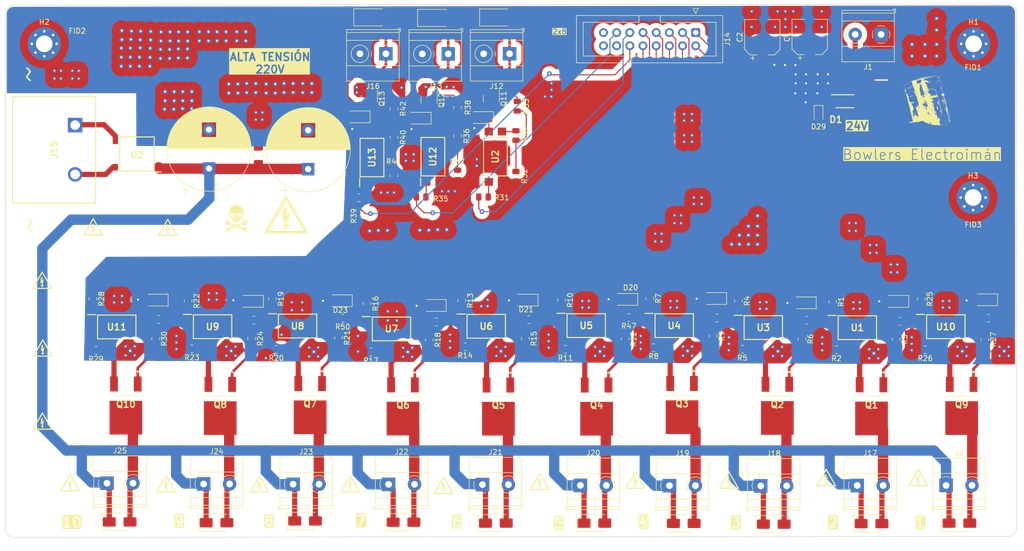
<source format=kicad_pcb>
(kicad_pcb (version 20221018) (generator pcbnew)
  (layers (0 "F.Cu" signal) (1 "In1.Cu" signal) (2 "In2.Cu" signal) (31 "B.Cu" signal) (34 "B.Paste" user) (35 "F.Paste" user) (36 "B.SilkS" user "B.Silkscreen") (37 "F.SilkS" user "F.Silkscreen") (38 "B.Mask" user) (39 "F.Mask" user) (44 "Edge.Cuts" user))
  (net 0 "")
  (net 1 "+24V")
  (net 2 "GND")
  (net 3 "/IN9_1")
  (net 4 "/IN10_1")
  (net 5 "/IN1_1")
  (net 6 "/IN1_2")
  (net 7 "/IN2_1")
  (net 8 "/IN2_2")
  (net 9 "/IN3_1")
  (net 10 "/IN4_1")
  (net 11 "/IN5_1")
  (net 12 "/IN6_1")
  (net 13 "/IN7_1")
  (net 14 "/IN8_1")
  (net 15 "VDD")
  (net 16 "+VSW")
  (net 17 "-VSW")
  (net 18 "Net-(R5-Pad1)")
  (net 19 "Net-(R14-Pad1)")
  (net 20 "Net-(R20-Pad1)")
  (net 21 "Net-(R23-Pad1)")
  (net 25 "Net-(Q11-G)")
  (net 26 "Net-(Q12-G)")
  (net 27 "Net-(Q13-G)")
  (net 28 "Net-(R2-Pad1)")
  (net 29 "Net-(R11-Pad1)")
  (net 30 "Net-(R17-Pad1)")
  (net 31 "Net-(R26-Pad1)")
  (net 32 "Net-(R29-Pad1)")
  (net 33 "Net-(R31-Pad2)")
  (net 34 "Net-(R32-Pad1)")
  (net 35 "Net-(R34-Pad2)")
  (net 36 "Net-(R35-Pad2)")
  (net 37 "Net-(R36-Pad1)")
  (net 38 "Net-(R36-Pad2)")
  (net 39 "Net-(R39-Pad2)")
  (net 40 "Net-(R40-Pad1)")
  (net 41 "Net-(R40-Pad2)")
  (net 42 "Net-(R43-Pad2)")
  (net 43 "Net-(R44-Pad2)")
  (net 44 "Net-(R45-Pad2)")
  (net 45 "Net-(R46-Pad2)")
  (net 46 "Net-(R47-Pad2)")
  (net 47 "Net-(R48-Pad2)")
  (net 48 "Net-(R49-Pad2)")
  (net 49 "Net-(R50-Pad2)")
  (net 50 "Net-(R51-Pad2)")
  (net 51 "Net-(R52-Pad2)")
  (net 52 "/IN3_2")
  (net 53 "/Electroiman_220DC/Mosfet_Opto1/In_Gate")
  (net 54 "/Electroiman_220DC/Mosfet_Opto2/In_Gate")
  (net 55 "/Electroiman_220DC/Mosfet_Opto5/In_Gate")
  (net 56 "/Electroiman_220DC/Mosfet_Opto3/In_Gate")
  (net 57 "/Electroiman_220DC/Mosfet_Opto9/In_Gate")
  (net 58 "/Electroiman_220DC/Mosfet_Opto8/In_Gate")
  (net 59 "/Electroiman_220DC/Mosfet_Opto7/In_Gate")
  (net 60 "/Electroiman_220DC/Mosfet_Opto6/In_Gate")
  (net 61 "/Electroiman_220DC/Mosfet_Opto/In_Gate")
  (net 62 "/Electroiman_220DC/Mosfet_Opto4/In_Gate")
  (net 63 "Net-(R1-Pad2)")
  (net 64 "Net-(R4-Pad2)")
  (net 65 "Net-(R7-Pad2)")
  (net 66 "Net-(R10-Pad2)")
  (net 67 "Net-(R13-Pad2)")
  (net 68 "Net-(R16-Pad2)")
  (net 69 "Net-(R19-Pad2)")
  (net 70 "Net-(R22-Pad2)")
  (net 71 "Net-(R25-Pad2)")
  (net 72 "Net-(R28-Pad2)")
  (net 73 "Net-(D1-A)")
  (net 74 "Net-(D13-A)")
  (net 75 "Net-(D14-A)")
  (net 76 "Net-(D15-A)")
  (net 77 "/Electroiman_220DC/Mosfet_Opto/mos_drain")
  (net 78 "/Electroiman_220DC/Mosfet_Opto1/mos_drain")
  (net 79 "/Electroiman_220DC/Mosfet_Opto2/mos_drain")
  (net 80 "/Electroiman_220DC/Mosfet_Opto5/mos_drain")
  (net 81 "/Electroiman_220DC/Mosfet_Opto3/mos_drain")
  (net 82 "/Electroiman_220DC/Mosfet_Opto9/mos_drain")
  (net 83 "/Electroiman_220DC/Mosfet_Opto8/mos_drain")
  (net 84 "/Electroiman_220DC/Mosfet_Opto7/mos_drain")
  (net 85 "/Electroiman_220DC/Mosfet_Opto6/mos_drain")
  (net 86 "/Electroiman_220DC/Mosfet_Opto4/mos_drain")
  (net 87 "Net-(D16-K)")
  (net 88 "Net-(D17-K)")
  (net 89 "Net-(D18-K)")
  (net 90 "Net-(D19-K)")
  (net 91 "Net-(D20-K)")
  (net 92 "Net-(D21-K)")
  (net 93 "Net-(D22-K)")
  (net 94 "Net-(D23-K)")
  (net 95 "Net-(D24-K)")
  (net 96 "Net-(D25-K)")
  (net 97 "Net-(D26-K)")
  (net 98 "Net-(D27-K)")
  (net 99 "Net-(D28-K)")
  (net 100 "Net-(R8-Pad1)")
  (footprint "Images:peligro2" (layer "F.Cu") (at 188.25 132.5)
    (fp_text reference "G***" hide)
    (fp_text value "LOGO" hide)
  )
  (footprint "Diode_SMD:D_SMA" (layer "F.Cu") (at 119.45 43.325)
    (fp_text reference "D15" hide)
    (fp_text value "D_Flyback")
  )
  (footprint "LED_SMD:LED_1206_3216Metric" (layer "F.Cu") (at 116.793113 62.505472 180)
    (fp_text reference "D28" hide)
    (fp_text value "LED_Small")
  )
  (footprint "Images:peligro2" (layer "F.Cu") (at 65.7 83.675)
    (fp_text reference "G***" hide)
    (fp_text value "LOGO" hide)
  )
  (footprint "Resistor_SMD:R_0805_2012Metric" (layer "F.Cu") (at 130.5 105.5 -90)
    (fp_text reference "R18")
    (fp_text value "22")
  )
  (footprint "custom_motor:SOP254P1030X390-4N" (layer "F.Cu") (at 177.71415 102.759972)
    (fp_text reference "U4")
    (fp_text value "LTV-817S" hide)
  )
  (footprint "Resistor_SMD:R_0805_2012Metric" (layer "F.Cu") (at 156 97.8375 -90)
    (fp_text reference "R10")
    (fp_text value "1k")
  )
  (footprint "Images:peligro2" (layer "F.Cu") (at 55.975 107.05)
    (fp_text reference "G***" hide)
    (fp_text value "LOGO" hide)
  )
  (footprint "Package_TO_SOT_SMD:SOT-23" (layer "F.Cu") (at 130.45 59.2625 -90)
    (fp_text reference "Q12")
    (fp_text value "SI2308")
  )
  (footprint "Diode_SMD:D_SMA" (layer "F.Cu") (at 162.325 140.825)
    (fp_text reference "D7" hide)
    (fp_text value "D_Flyback")
  )
  (footprint "Diode_SMD:D_SOD-323" (layer "F.Cu") (at 205.538412 61.904048 -90)
    (fp_text reference "D29")
    (fp_text value "1N5819WS")
  )
  (footprint "custom_motor:SOP254P1030X390-4N" (layer "F.Cu") (at 194.88787 103.127493)
    (fp_text reference "U3")
    (fp_text value "LTV-817S" hide)
  )
  (footprint "Diode_SMD:D_SMA" (layer "F.Cu") (at 143.325 140.825)
    (fp_text reference "D8" hide)
    (fp_text value "D_Flyback")
  )
  (footprint "TerminalBlock_Phoenix:TerminalBlock_Phoenix_MKDS-1,5-2_1x02_P5.00mm_Horizontal" (layer "F.Cu") (at 122.125 50.345 180)
    (fp_text reference "J16")
    (fp_text value "Screw_Terminal_01x02")
  )
  (footprint "Resistor_SMD:R_0805_2012Metric" (layer "F.Cu") (at 128.93 77.95)
    (fp_text reference "R35")
    (fp_text value "1k")
  )
  (footprint "custom_motor:STD13N60DM2" (layer "F.Cu") (at 125.425 116.425 180)
    (fp_text reference "Q6")
    (fp_text value "STD6N95K5" hide)
  )
  (footprint "TerminalBlock_Phoenix:TerminalBlock_Phoenix_MKDS-1,5-2_1x02_P5.00mm_Horizontal" (layer "F.Cu") (at 140.75 133.4)
    (fp_text reference "J21")
    (fp_text value "Screw_Terminal_01x02")
  )
  (footprint "custom_motor:STD13N60DM2" (layer "F.Cu") (at 143.825 116.45 180)
    (fp_text reference "Q5")
    (fp_text value "STD6N95K5" hide)
  )
  (footprint "Resistor_SMD:R_0805_2012Metric" (layer "F.Cu") (at 135.95 73.7 -90)
    (fp_text reference "R37")
    (fp_text value "15k")
  )
  (footprint "Images:peligro2" (layer "F.Cu") (at 97.75 133.25)
    (fp_text reference "G***" hide)
    (fp_text value "LOGO" hide)
  )
  (footprint "Resistor_SMD:R_0805_2012Metric" (layer "F.Cu") (at 173.75 107 180)
    (fp_text reference "R8")
    (fp_text value "15k")
  )
  (footprint "Resistor_SMD:R_0805_2012Metric" (layer "F.Cu") (at 123.7 73.8625 -90)
    (fp_text reference "R41")
    (fp_text value "15k")
  )
  (footprint "Resistor_SMD:R_0805_2012Metric" (layer "F.Cu") (at 135.95 60.7 90)
    (fp_text reference "R38")
    (fp_text value "22")
  )
  (footprint "Resistor_SMD:R_0805_2012Metric" (layer "F.Cu") (at 96.679665 101.683163 180)
    (fp_text reference "R51" hide)
    (fp_text value "5k1")
  )
  (footprint "custom_motor:SOTFL510P865X150-4N" (layer "F.Cu") (at 74.15 69.675 180)
    (fp_text reference "D2")
    (fp_text value "D_Bridge_+-AA" hide)
  )
  (footprint "Images:peligro2" (layer "F.Cu") (at 133.25 133.5)
    (fp_text reference "G***" hide)
    (fp_text value "LOGO" hide)
  )
  (footprint "Resistor_SMD:R_0805_2012Metric" (layer "F.Cu") (at 84 98 -90)
    (fp_text reference "R22")
    (fp_text value "1k")
  )
  (footprint "Resistor_SMD:R_0805_2012Metric" (layer "F.Cu") (at 220.5 105.4 -90)
    (fp_text reference "R3")
    (fp_text value "22")
  )
  (footprint "Resistor_SMD:R_0805_2012Metric" (layer "F.Cu") (at 118.5 98.5 -90)
    (fp_text reference "R16")
    (fp_text value "1k")
  )
  (footprint "Resistor_SMD:R_0805_2012Metric" (layer "F.Cu") (at 113.805652 101.335358 180)
    (fp_text reference "R50")
    (fp_text value "5k1")
  )
  (footprint "Resistor_SMD:R_0805_2012Metric" (layer "F.Cu") (at 185.25 104.75 -90)
    (fp_text reference "R9")
    (fp_text value "22")
  )
  (footprint "Images:peligro2" (layer "F.Cu") (at 224.75 132)
    (fp_text reference "G***" hide)
    (fp_text value "LOGO" hide)
  )
  (footprint "TerminalBlock_Phoenix:TerminalBlock_Phoenix_MKDS-1,5-2_1x02_P5.00mm_Horizontal" (layer "F.Cu") (at 159.625 133.555)
    (fp_text reference "J20")
    (fp_text value "Screw_Terminal_01x02")
  )
  (footprint "Resistor_SMD:R_0805_2012Metric" (layer "F.Cu") (at 137.4125 106.8375 180)
    (fp_text reference "R14")
    (fp_text value "15k")
  )
  (footprint "custom_motor:SOP254P1030X390-4N" (layer "F.Cu") (at 119.45 70.35 90)
    (fp_text reference "U13")
    (fp_text value "LTV-817S" hide)
  )
  (footprint "Resistor_SMD:R_0805_2012Metric" (layer "F.Cu") (at 77.75 105.285 -90)
    (fp_text reference "R30")
    (fp_text value "22")
  )
  (footprint "Resistor_SMD:R_0805_2012Metric" (layer "F.Cu") (at 147.2 66.1 90)
    (fp_text reference "R34")
    (fp_text value "15k")
  )
  (footprint "TerminalBlock_Phoenix:TerminalBlock_Phoenix_MKDS-1,5-2_1x02_P5.00mm_Horizontal" (layer "F.Cu") (at 230.125 133.555)
    (fp_text reference "J2")
    (fp_text value "Screw_Terminal_01x02")
  )
  (footprint "Images:peligro2" (layer "F.Cu") (at 115.25 133.25)
    (fp_text reference "G***" hide)
    (fp_text value "LOGO" hide)
  )
  (footprint "Resistor_SMD:R_0805_2012Metric" (layer "F.Cu") (at 208.99955 107.438538 180)
    (fp_text reference "R2")
    (fp_text value "15k")
  )
  (footprint "TerminalBlock_Phoenix:TerminalBlock_Phoenix_MKDS-1,5-2_1x02_P5.00mm_Horizontal" (layer "F.Cu") (at 134.15 50.37 180)
    (fp_text reference "J13")
    (fp_text value "Screw_Terminal_01x02")
  )
  (footprint "LED_SMD:LED_1206_3216Metric" (layer "F.Cu") (at 202.803773 98.365717 180)
    (fp_text reference "D18" hide)
    (fp_text value "LED_Small")
  )
  (footprint "Images:peligro2" (layer "F.Cu") (at 61.25 133)
    (fp_text reference "G***" hide)
    (fp_text value "LOGO" hide)
  )
  (footprint "Diode_SMD:D_SMA" (layer "F.Cu") (at 196.9 141.025)
    (fp_text reference "D5" hide)
    (fp_text value "D_Flyback")
  )
  (footprint "Images:peligro2" (layer "F.Cu") (at 151.75 132.75)
    (fp_text reference "G***" hide)
    (fp_text value "LOGO" hide)
  )
  (footprint "Resistor_SMD:R_0805_2012Metric" (layer "F.Cu") (at 149.696068 101.61718 180)
    (fp_text reference "R48" hide)
    (fp_text value "5k1")
  )
  (footprint "Fiducial:Fiducial_1.5mm_Mask3mm" (layer "F.Cu") (at 235.34 55.45)
    (fp_text reference "FID1")
    (fp_text value "Fiducial")
  )
  (footprint "Package_TO_SOT_SMD:SOT-23" (layer "F.Cu") (at 142.45 59.0125 -90)
    (fp_text reference "Q11")
    (fp_text value "SI2308")
  )
  (footprint "Resistor_SMD:R_0805_2012Metric" (layer "F.Cu") (at 203.188316 101.689126 180)
    (fp_text reference "R45" hide)
    (fp_text value "5k1")
  )
  (footprint "custom_motor:STD13N60DM2" (layer "F.Cu") (at 215.75 116.4 180)
    (fp_text reference "Q1")
    (fp_text value "STD6N95K5" hide)
  )
  (footprint "custom_motor:SOP254P1030X390-4N" (layer "F.Cu") (at 143.241285 70.185759 90)
    (fp_text reference "U2")
    (fp_text value "LTV-817S" hide)
  )
  (footprint "custom_motor:SOP254P1030X390-4N" (layer "F.Cu") (at 141.474123 102.882479)
    (fp_text reference "U6")
    (fp_text value "LTV-817S" hide)
  )
  (footprint "Images:peligro2" (layer "F.Cu") (at 170.25 132.5)
    (fp_text reference "G***" hide)
    (fp_text value "LOGO" hide)
  )
  (footprint "Diode_SMD:D_SMA" (layer "F.Cu") (at 89.475 140.75)
    (fp_text reference "D11" hide)
    (fp_text value "D_Flyback")
  )
  (footprint "custom_motor:SODFL4625X120N" (layer "F.Cu") (at 210.625 59.495)
    (fp_text reference "D1")
    (fp_text value "SM340AF" hide)
  )
  (footprint "custom_motor:STD13N60DM2" (layer "F.Cu") (at 72 116.25 180)
    (fp_text reference "Q10")
    (fp_text value "STD6N95K5" hide)
  )
  (footprint "Capacitor_SMD:CP_Elec_6.3x7.7" (layer "F.Cu") (at 194.7 47.155 90)
    (fp_text reference "C2")
    (fp_text value "100u")
  )
  (footprint "MountingHole:MountingHole_3.2mm_M3_Pad_Via" (layer "F.Cu") (at 235.425 48.425)
    (fp_text reference "H1")
    (fp_text value "MountHole")
  )
  (footprint "Diode_SMD:D_SMA" (layer "F.Cu") (at 131.75 43.425)
    (fp_text reference "D14" hide)
    (fp_text value "D_Flyback")
  )
  (footprint "custom_motor:SOP254P1030X390-4N" (layer "F.Cu") (at 123.209433 103.384716)
    (fp_text reference "U7")
    (fp_text value "LTV-817S" hide)
  )
  (footprint "Images:peligro2" (layer "F.Cu") (at 55.9 121.125)
    (fp_text reference "G***" hide)
    (fp_text value "LOGO" hide)
  )
  (footprint "custom_motor:STD13N60DM2" (layer "F.Cu") (at 197.6 116.305 180)
    (fp_text reference "Q2")
    (fp_text value "STD6N95K5" hide)
  )
  (footprint "custom_motor:SOP254P1030X390-4N" (layer "F.Cu") (at 213.018199 103.147439)
    (fp_text reference "U1")
    (fp_text value "LTV-817S" hide)
  )
  (footprint "Resistor_SMD:R_0805_2012Metric" (layer "F.Cu") (at 123.7 66.45 90)
    (fp_text reference "R40")
    (fp_text value "15k")
  )
  (footprint "Fiducial:Fiducial_1.5mm_Mask3mm" (layer "F.Cu") (at 235.34 85.768008)
    (fp_text reference "FID3")
    (fp_text value "Fiducial")
  )
  (footprint "Resistor_SMD:R_0805_2012Metric" (layer "F.Cu") (at 221.178191 101.944526 180)
    (fp_text reference "R44" hide)
    (fp_text value "5k1")
  )
  (footprint "LED_SMD:LED_1206_3216Metric" (layer "F.Cu") (at 185.528118 97.530702 180)
    (fp_text reference "D19" hide)
    (fp_text value "LED_Small")
  )
  (footprint "Resistor_SMD:R_0805_2012Metric" (layer "F.Cu") (at 147.2 73.95 -90)
    (fp_text reference "R32")
    (fp_text value "15k")
  )
  (footprint "Images:peligro2" (layer "F.Cu") (at 55.85 93.975)
    (fp_text reference "G***" hide)
    (fp_text value "LOGO" hide)
  )
  (footprint "Resistor_SMD:R_0805_2012Metric" (layer "F.Cu") (at 96.25 105.25 -90)
    (fp_text reference "R24")
    (fp_text value "22")
  )
  (footprint "Resistor_SMD:R_0805_2012Metric" (layer "F.Cu") (at 65.63691 97.587601 -90)
    (fp_text reference "R28")
    (fp_text value "1k")
  )
  (footprint "LED_SMD:LED_1206_3216Metric" (layer "F.Cu") (at 128.557704 62.764799 180)
    (fp_text reference "D27" hide)
    (fp_text value "LED_Small")
  )
  (footprint "Capacitor_SMD:CP_Elec_6.3x7.7" (layer "F.Cu") (at 203.836346 47.104023 90)
    (fp_text reference "C1")
    (fp_text value "100u")
  )
  (footprint "Resistor_SMD:R_0805_2012Metric" (layer "F.Cu") (at 149 105.25 -90)
    (fp_text reference "R15")
    (fp_text value "22")
  )
  (footprint "TerminalBlock_Phoenix:TerminalBlock_Phoenix_MKDS-1,5-2_1x02_P5.00mm_Horizontal" (layer "F.Cu") (at 122.65 133.355)
    (fp_text reference "J22")
    (fp_text value "Screw_Terminal_01x02")
  )
  (footprint "Images:peligro2" (layer "F.Cu") (at 80.075 83.8)
    (fp_text reference "G***" hide)
    (fp_text value "LOGO" hide)
  )
  (footprint "TerminalBlock_Phoenix:TerminalBlock_Phoenix_MKDS-1,5-2_1x02_P5.00mm_Horizontal" (layer "F.Cu") (at 194.4 133.65)
    (fp_text reference "J18")
    (fp_text value "Screw_Terminal_01x02")
  )
  (footprint "Resistor_SMD:R_0805_2012Metric" (layer "F.Cu") (at 225.345 97.6075 -90)
    (fp_text reference "R25")
    (fp_text value "1k")
  )
  (footprint "Diode_SMD:D_SMA" (layer "F.Cu") (at 232.7 140.825)
    (fp_text reference "D3" hide)
    (fp_text value "D_Flyback")
  )
  (footprint "TerminalBlock_Phoenix:TerminalBlock_Phoenix_MKDS-1,5-2_1x02_P5.00mm_Horizontal" (layer "F.Cu") (at 217.6 46.62 180)
    (fp_text reference "J1")
    (fp_text value "Screw_Terminal_01x02")
  )
  (footprint "LED_SMD:LED_1206_3216Metric" (layer "F.Cu") (at 168.399799 97.692102 180)
    (fp_text reference "D20")
    (fp_text value "LED_Small")
  )
  (footprint "Capacitor_THT:CP_Radial_D16.0mm_P7.50mm" (layer "F.Cu") (at 107.15 72.587755 90)
    (fp_text reference "C3" hide)
    (fp_text value "33u")
  )
  (footprint "custom_motor:STD13N60DM2" (layer "F.Cu") (at 233.125 116.325 180)
    (fp_text reference "Q9")
    (fp_text value "STD6N95K5" hide)
  )
  (footprint "Resistor_SMD:R_0805_2012Metric" (layer "F.Cu") (at 100.25 97.6 -90)
    (fp_text reference "R19")
    (fp_text value "1k")
  )
  (footprint "TerminalBlock_Phoenix:TerminalBlock_Phoenix_MKDS-1,5-2_1x02_P5.00mm_Horizontal" (layer "F.Cu") (at 87 133.28)
    (fp_text reference "J24")
    (fp_text value "Screw_Terminal_01x02")
  )
  (footprint "Diode_SMD:D_SMA" (layer "F.Cu") (at 179.55 140.875)
    (fp_text reference "D6" hide)
    (fp_text value "D_Flyback")
  )
  (footprint "Resistor_SMD:R_0805_2012Metric" (layer "F.Cu") (at 101 107.35 180)
    (fp_text reference "R20")
    (fp_text value "15k")
  )
  (footprint "MountingHole:MountingHole_3.2mm_M3_Pad_Via" (layer "F.Cu") (at 235.34 78.062056)
    (fp_text reference "H3")
    (fp_text value "MountHole")
  )
  (footprint "Resistor_SMD:R_0805_2012Metric" (layer "F.Cu") (at 119.25 107.8375 180)
    (fp_text reference "R17")
    (fp_text value "15k")
  )
  (footprint "Package_TO_SOT_SMD:SOT-23" (layer "F.Cu") (at 118.95 59.0125 -90)
    (fp_text reference "Q13")
    (fp_text value "SI2308")
  )
  (footprint "Images:calavera" (layer "F.Cu") (at 93.3 82.3)
    (fp_text reference "G***" hide)
    (fp_text value "LOGO" hide)
  )
  (footprint "Resistor_SMD:R_0805_2012Metric" (layer "F.Cu") (at 190.1 97.9825 -90)
    (fp_text reference "R4")
    (fp_text value "1k")
  )
  (footprint "Fiducial:Fiducial_1.5mm_Mask3mm" (layer "F.Cu") (at 62.62 48.425)
    (fp_text reference "FID2")
    (fp_text value "Fiducial")
  )
  (footprint "LED_SMD:LED_1206_3216Metric" (layer "F.Cu") (at 220.646254 98.077754 180)
    (fp_text reference "D17" hide)
    (fp_text value "LED_Small")
  )
  (footprint "TerminalBlock_Phoenix:TerminalBlock_Phoenix_MKDS-1,5-2_1x02_P5.00mm_Horizontal" (layer "F.Cu") (at 68.375 133.125)
    (fp_text reference "J25")
    (fp_text value "Screw_Terminal_01x02")
  )
  (footprint "Resistor_SMD:R_0805_2012Metric" (layer "F.Cu") (at 78.297801 101.55733 180)
    (fp_text reference "R52" hide)
    (fp_text value "5k1")
  )
  (footprint "Images:peligro" (layer "F.Cu") (at 102.875 81.325)
    (fp_text reference "G***" hide)
    (fp_text value "LOGO" hide)
  )
  (footprint "Resistor_SMD:R_0805_2012Metric" (layer "F.Cu") (at 66.25 107.535 180)
    (fp_text reference "R29")
    (fp_text value "15k")
  )
  (footprint "LED_SMD:LED_1206_3216Metric" (layer "F.Cu") (at 96.21439 98.060366 180)
    (fp_text reference "D24" hide)
    (fp_text value "LED_Small")
  )
  (footprint "Resistor_SMD:R_0805_2012Metric" (layer "F.Cu") (at 190.85 107.32 180)
    (fp_text reference "R5")
    (fp_text value "15k")
  )
  (footprint "Resistor_SMD:R_0805_2012Metric" (layer "F.Cu") (at 135.95 66.2 90)
    (fp_text reference "R36")
    (fp_text value "15k")
  )
  (footprint "custom_motor:SOP254P1030X390-4N" (layer "F.Cu") (at 88.718059 102.957762)
    (fp_text reference "U9")
    (fp_text value "LTV-817S" hide)
  )
  (footprint "Diode_SMD:D_SMA" (layer "F.Cu") (at 70.8 140.6)
    (fp_text reference "D12" hide)
    (fp_text value "D_Flyback")
  )
  (footprint "Resistor_SMD:R_1206_3216Metric" (layer "F.Cu") (at 97.559644 69.923927 90)
    (fp_text reference "R53" hide)
    (fp_text value "1M")
  )
  (footprint "custom_motor:SOP254P1030X390-4N" (layer "F.Cu") (at 160.75 102.75)
    (fp_text reference "U5")
    (fp_text value "LTV-817S" hide)
  )
  (footprint "Resistor_SMD:R_0805_2012Metric" (layer "F.Cu") (at 238.302821 101.302795 180)
    (fp_text reference "R43" hide)
    (fp_text value "5k1")
  )
  (footprint "Resistor_SMD:R_0805_2012Metric" (layer "F.Cu") (at 123.7 60.95 90)
    (fp_text reference "R42")
    (fp_text value "22")
  )
  (footprint "Connector_IDC:IDC-Header_2x08_P2.54mm_Vertical" (layer "F.Cu") (at 181.86 46.26 -90)
    (fp_text reference "J14")
    (fp_text value "Conn_02x08_Odd_Even")
  )
  (footprint "custom_motor:SOP254P1030X390-4N" (layer "F.Cu") (at 131.191375 70.183018 90)
    (fp_text reference "U12")
    (fp_text value "LTV-817S" hide)
  )
  (footprint "Resistor_SMD:R_0805_2012Metric" (layer "F.Cu") (at 168.969643 101.183052 180)
    (fp_text reference "R47")
    (fp_text value "5k1")
  )
  (footprint "custom_motor:STD13N60DM2" (layer "F.Cu") (at 107.525 116.175 180)
    (fp_text reference "Q7")
    (fp_text value "STD6N95K5" hide)
  )
  (footprint "LED_SMD:LED_1206_3216Metric" (layer "F.Cu") (at 149.164131 97.832245 180)
    (fp_text reference "D21")
    (fp_text value "LED_Small")
  )
  (footprint "Resistor_SMD:R_0805_2012Metric" (layer "F.Cu") (at 208.25 98.15 -90)
    (fp_text reference "R1")
    (fp_text value "1k")
  )
  (footprint "LED_SMD:LED_1206_3216Metric" (layer "F.Cu") (at 113.358622 97.955 180)
    (fp_text reference "D23")
    (fp_text value "LED_Small")
  )
  (footprint "TerminalBlock_Phoenix:TerminalBlock_Phoenix_MKDS-1,5-2_1x02_P5.00mm_Horizontal" (layer "F.Cu") (at 176.8 133.605)
    (fp_text reference "J19")
    (fp_text value "Screw_Terminal_01x02")
  )
  (footprint "LED_SMD:LED_1206_3216Metric" (layer "F.Cu") (at 140.596466 62.640509 180)
    (fp_text reference "D26" hide)
    (fp_text value "LED_Small")
  )
  (footprint "LED_SMD:LED_1206_3216Metric" (layer "F.Cu") (at 77.873817 97.838379 180)
    (fp_text reference "D25" hide)
    (fp_text value "LED_Small")
  )
  (footprint "LED_SMD:LED_1206_3216Metric" (layer "F.Cu") (at 237.75621 97.770868 180)
    (fp_text reference "D16" hide)
    (fp_text value "LED_Small")
  )
  (footprint "Resistor_SMD:R_0805_2012Metric" (layer "F.Cu") (at 185.95228 101.276992 180)
    (fp_text reference "R46" hide)
    (fp_text value "5k1")
  )
  (footprint "Images:peligro2" (layer "F.Cu") (at 79.75 133.25)
    (fp_text reference "G***" hide)
    (fp_text value "LOGO" hide)
  )
  (footprint "Resistor_SMD:R_0805_2012Metric" (layer "F.Cu") (at 84.75 107.25 180)
    (fp_text reference "R23")
    (fp_text value "15k")
  )
  (footprint "Diode_SMD:D_SMA" (layer "F.Cu") (at 125.525 140.65)
    (fp_text reference "D9" hide)
    (fp_text value "D_Flyback")
  )
  (footprint "custom_motor:SOP254P1030X390-4N" (layer "F.Cu") (at 230.070282 102.963679)
    (fp_text reference "U10")
    (fp_text value "LTV-817S" hide)
  )
  (footprint "TerminalBlock_Phoenix:TerminalBlock_Phoenix_MKDS-1,5-2_1x02_P5.00mm_Horizontal" (layer "F.Cu") (at 145.975 50.345 180)
    (fp_text reference "J12")
    (fp_text value "Screw_Terminal_01x02")
  )
  (footprint "Diode_SMD:D_SMA" (layer "F.Cu") (at 106.55 140.4)
    (fp_text reference "D10" hide)
    (fp_text value "D_Flyback")
  )
  (footprint "custom_motor:SOP254P1030X390-4N" (layer "F.Cu") (at 105.108894 102.836657)
    (fp_text reference "U8")
    (fp_text value "LTV-817S" hide)
  )
  (footprint "custom_motor:STD13N60DM2" (layer "F.Cu") (at 162.75 116.45 180)
    (fp_text reference "Q4")
    (fp_text value "STD6N95K5" hide)
  )
  (footprint "Images:cascot" (layer "F.Cu") (at 226.45 59.35)
    (fp_text reference "G***" hide)
    (fp_text value "LOGO" hide)
  )
  (footprint "MountingHole:MountingHole_3.2mm_M3_Pad_Via" (layer "F.Cu") (at 56.27 48.425)
    (fp_text reference "H2")
    (fp_text value "MountHole")
  )
  (footprint "Resistor_SMD:R_0805_2012Metric" (layer "F.Cu") (at 136.75 97.9125 -90)
    (fp_text reference "R13")
    (fp_text value "1k")
  )
  (footprint "custom_motor:STD13N60DM2" (layer "F.Cu") (at 90.2 116.325 180)
    (fp_text reference "Q8")
    (fp_text value "STD6N95K5" hide)
  )
  (footprint "custom_motor:STD13N60DM2" (layer "F.Cu") (at 179.225 116.15 180)
    (fp_text reference "Q3")
    (fp_text value "STD6N95K5" hide)
  )
  (footprint "Capacitor_THT:CP_Radial_D16.0mm_P7.50mm" (layer "F.Cu") (at 88.026648 72.465424 90)
    (fp_text reference "C4" hide)
    (fp_text value "33u")
  )
  (footprint "Resistor_SMD:R_0805_2012Metric" (layer "F.Cu") (at 116.95 78.1125)
    (fp_text reference "R39")
    (fp_text value "1k")
  )
  (footprint "Resistor_SMD:R_0805_2012Metric" (layer "F.Cu") (at 173 97.5 -90)
    (fp_text reference "R7")
    (fp_text value "1k")
  )
  (footprint "Resistor_SMD:R_0805_2012Metric" (layer "F.Cu") (at 202.35 105.32 -90)
    (fp_text reference "R6")
    (fp_text value "22")
  )
  (footprint "Diode_SMD:D_SMA" (layer "F.Cu") (at 215.75 140.925)
    (fp_text reference "D4" hide)
    (fp_text value "D_Flyback")
  )
  (footprint "Resistor_SMD:R_0805_2012Metric" (layer "F.Cu") (at 156.75 107.3375 180)
    (fp_text reference "R11")
    (fp_text value "15k")
  )
  (footprint "Resistor_SMD:R_0805_2012Metric" (layer "F.Cu") (at 237.6 105.42 -90)
    (fp_text reference "R27")
    (fp_text value "22")
  )
  (footprint "Diode_SMD:D_SMA" (layer "F.Cu") (at 143.7 43.35)
    (fp_text reference "D13" hide)
    (fp_text value "D_Flyback")
  )
  (footprint "Resistor_SMD:R_0805_2012Metric" (layer "F.Cu") (at 113 105.1 -90)
    (fp_text reference "R21")
    (fp_text value "22")
  )
  (footprint "Resistor_SMD:R_0805_2012Metric" (layer "F.Cu") (at 168.25 105.3375 -90)
    (fp_text reference "R12")
    (fp_text value "22")
  )
  (footprint "custom_motor:HB9500M952P" (layer "F.Cu") (at 62.225 64.1 -90)
    (fp_text reference "J15")
    (fp_text value "HB9500M952P" hide)
  )
  (footprint "Resistor_SMD:R_0805_2012Metric" (layer "F.Cu") (at 147.45 60.45 90)
    (fp_text reference "R33")
    (fp_text value "22")
  )
  (footprint "LED_SMD:LED_1206_3216Metric" (layer "F.Cu") (at 131.472788 98.8552 180)
    (fp_text reference "D22" hide)
    (fp_text value "LED_Small")
  )
  (footprint "Resistor_SMD:R_0805_2012Metric" (layer "F.Cu") (at 140.95 77.95)
    (fp_text reference "R31")
    (fp_text value "1k")
  )
  (footprint "TerminalBlock_Phoenix:TerminalBlock_Phoenix_MKDS-1,5-2_1x02_P5.00mm_Horizontal" (layer "F.Cu") (at 104.25 133.33)
    (fp_text reference "J23")
    (fp_text value "Screw_Terminal_01x02")
  )
  (footprint "Resistor_SMD:R_0805_2012Metric" (layer "F.Cu") (at 131.869866 102.048356 180)
    (fp_text reference "R49" hide)
    (fp_text value "5k1")
  )
  (footprint "TerminalBlock_Phoenix:TerminalBlock_Phoenix_MKDS-1,5-2_1x02_P5.00mm_Horizontal" (layer "F.Cu") (at 213 133.575)
    (fp_text reference "J17")
    (fp_text value "Screw_Terminal_01x02")
  )
  (footprint "Resistor_SMD:R_0805_2012Metric" (layer "F.Cu") (at 226.1 107.42 180)
    (fp_text reference "R26")
    (fp_text value "15k")
  )
  (footprint "custom_motor:SOP254P1030X390-4N" (layer "F.Cu") (at 70.244609 103.007776)
    (fp_text reference "U11")
    (fp_text value "LTV-817S" hide)
  )
  (footprint "Images:peligro2" (layer "F.Cu") (at 207 132)
    (fp_text reference "G***" hide)
    (fp_text value "LOGO" hide)
  )
  (gr_arc (start 243.7 141.75) (mid 243.241183 142.902499) (end 242.097103 143.381946) (stroke (width 0.1)) (layer "Edge.Cuts"))
  (gr_arc (start 48.749597 42.645937) (mid 49.20842 41.493438) (end 50.352494 41.013991) (stroke (width 0.1)) (layer "Edge.Cuts"))
  (gr_line (start 243.681946 42.352897) (end 243.7 141.75) (stroke (width 0.1)) (layer "Edge.Cuts"))
  (gr_line (start 48.757861 141.965035) (end 48.749597 42.645937) (stroke (width 0.1)) (layer "Edge.Cuts"))
  (gr_line (start 242.097103 143.381946) (end 50.389807 143.567932) (stroke (width 0.1)) (layer "Edge.Cuts"))
  (gr_arc (start 242.05 40.75) (mid 243.202502 41.208818) (end 243.681946 42.352897) (stroke (width 0.1)) (layer "Edge.Cuts"))
  (gr_line (start 50.352494 41.013991) (end 242.05 40.75) (stroke (width 0.1)) (layer "Edge.Cuts"))
  (gr_arc (start 50.389807 143.567932) (mid 49.237308 143.109109) (end 48.757861 141.965035) (stroke (width 0.1)) (layer "Edge.Cuts"))
  (gr_text "~" (at 57.1 56.15 90) (layer "F.SilkS") (effects (font (size 7 5) (thickness 0.3) bold) (justify left bottom)))
  (gr_text "-" (at 217.65 55.175) (layer "F.SilkS") (effects (font (size 3 3) (thickness 0.3))))
  (gr_text "24V" (at 210.65 65.175) (layer "F.SilkS" knockout) (effects (font (size 1.5 1.5) (thickness 0.3) bold) (justify left bottom)))
  (gr_text "Bowlers Electroimán" (at 210.025 70.975) (layer "F.SilkS" knockout) (effects (font (size 2 2)) (justify left bottom)))
  (gr_text "7" (at 117.325 141.525) (layer "F.SilkS" knockout) (effects (font (size 2 2) (thickness 0.25)) (justify bottom)))
  (gr_text "10" (at 61.6 141.875) (layer "F.SilkS" knockout) (effects (font (size 2 2) (thickness 0.25)) (justify bottom)))
  (gr_text "5" (at 155.45 142.025) (layer "F.SilkS" knockout) (effects (font (size 2 2) (thickness 0.25)) (justify bottom)))
  (gr_text "2" (at 208.375 141.925) (layer "F.SilkS" knockout) (effects (font (size 2 2) (thickness 0.25)) (justify bottom)))
  (gr_text "8" (at 99.6 141.7) (layer "F.SilkS" knockout) (effects (font (size 2 2) (thickness 0.25)) (justify bottom)))
  (gr_text "1" (at 225.175 141.95) (layer "F.SilkS" knockout) (effects (font (size 2 2) (thickness 0.25)) (justify bottom)))
  (gr_text "4" (at 171.75 141.8) (layer "F.SilkS" knockout) (effects (font (size 2 2) (thickness 0.25)) (justify bottom)))
  (gr_text "6" (at 135.8 141.75) (layer "F.SilkS" knockout) (effects (font (size 2 2) (thickness 0.25)) (justify bottom)))
  (gr_text "ALTA TENSIÓN\n220V" (at 99.8 54.25) (layer "F.SilkS" knockout) (effects (font (size 1.5 1.5) (thickness 0.3) bold) (justify bottom)))
  (gr_text "~" (at 57.35 85.15 90) (layer "F.SilkS") (effects (font (size 7 5) (thickness 0.3) bold) (justify left bottom)))
  (gr_text "3" (at 189.65 141.95) (layer "F.SilkS" knockout) (effects (font (size 2 2) (thickness 0.25)) (justify bottom)))
  (gr_text "9" (at 82.25 141.625) (layer "F.SilkS" knockout) (effects (font (size 2 2) (thickness 0.25)) (justify bottom)))
  (gr_text "2x8" (at 154.15 46.675) (layer "F.SilkS" knockout) (effects (font (size 1 1)) (justify left bottom)))
  (segment (start 145.911133 97.832245) (end 145.870215 97.873163) (width 0.2) (layer "F.Cu") (net 1))
  (segment (start 129.990951 98.937037) (end 130.072788 98.8552) (width 0.2) (layer "F.Cu") (net 1))
  (segment (start 92.715882 97.855775) (end 94.609799 97.855775) (width 0.2) (layer "F.Cu") (net 1))
  (segment (start 234.07357 97.914081) (end 236.212997 97.914081) (width 0.2) (layer "F.Cu") (net 1))
  (segment (start 236.212997 97.914081) (end 236.35621 97.770868) (width 0.2) (layer "F.Cu") (net 1))
  (segment (start 115.65 62.762359) (end 115.393113 62.505472) (width 0.2) (layer "F.Cu") (net 1))
  (segment (start 129.15 44.025) (end 129.75 43.425) (width 0.5) (layer "F.Cu") (net 1))
  (segment (start 184.072084 97.586736) (end 184.128118 97.530702) (width 0.2) (layer "F.Cu") (net 1))
  (segment (start 147.764131 97.832245) (end 145.911133 97.832245) (width 0.2) (layer "F.Cu") (net 1))
  (segment (start 111.958622 97.955) (end 109.982869 97.955) (width 0.2) (layer "F.Cu") (net 1))
  (segment (start 94.609799 97.855775) (end 94.81439 98.060366) (width 0.2) (layer "F.Cu") (net 1))
  (segment (start 165.085423 97.692102) (end 165.064964 97.671643) (width 0.2) (layer "F.Cu") (net 1))
  (segment (start 140.975 44.075) (end 141.7 43.35) (width 0.5) (layer "F.Cu") (net 1))
  (segment (start 127.157704 64.764254) (end 127.157704 62.764799) (width 0.2) (layer "F.Cu") (net 1))
  (segment (start 76.381751 97.746313) (end 74.344621 97.746313) (width 0.2) (layer "F.Cu") (net 1))
  (segment (start 166.999799 97.692102) (end 165.085423 97.692102) (width 0.2) (layer "F.Cu") (net 1))
  (segment (start 127.068795 64.853163) (end 127.157704 64.764254) (width 0.2) (layer "F.Cu") (net 1))
  (segment (start 117.125 43.65) (end 117.45 43.325) (width 0.5) (layer "F.Cu") (net 1))
  (segment (start 129.15 50.37) (end 129.15 44.025) (width 0.5) (layer "F.Cu") (net 1))
  (segment (start 115.65 64.853163) (end 115.65 62.762359) (width 0.2) (layer "F.Cu") (net 1))
  (segment (start 128.062936 98.937037) (end 129.990951 98.937037) (width 0.2) (layer "F.Cu") (net 1))
  (segment (start 139.196466 64.6563) (end 139.196466 62.640509) (width 0.2) (layer "F.Cu") (net 1))
  (segment (start 117.125 50.345) (end 117.125 43.65) (width 0.5) (layer "F.Cu") (net 1))
  (segment (start 139.177766 64.675) (end 139.196466 64.6563) (width 0.2) (layer "F.Cu") (net 1))
  (segment (start 217.250042 98.077754) (end 219.246254 98.077754) (width 0.2) (layer "F.Cu") (net 1))
  (segment (start 140.975 50.345) (end 140.975 44.075) (width 0.5) (layer "F.Cu") (net 1))
  (segment (start 76.473817 97.838379) (end 76.381751 97.746313) (width 0.2) (layer "F.Cu") (net 1))
  (segment (start 199.539096 98.396406) (end 201.373084 98.396406) (width 0.2) (layer "F.Cu") (net 1))
  (segment (start 201.373084 98.396406) (end 201.403773 98.365717) (width 0.2) (layer "F.Cu") (net 1))
  (segment (start 182.035294 97.586736) (end 184.072084 97.586736) (width 0.2) (layer "F.Cu") (net 1))
  (via (at 205.375 54.295) (size 0.9) (drill 0.4) (layers "F.Cu" "B.Cu") (net 1))
  (via (at 201.125 54.295) (size 0.9) (drill 0.4) (layers "F.Cu" "B.Cu") (net 1))
  (via (at 92.715882 97.855775) (size 0.9) (drill 0.4) (layers "F.Cu" "B.Cu") (net 1))
  (via (at 145.870215 97.873163) (size 0.9) (drill 0.4) (layers "F.Cu" "B.Cu") (net 1))
  (via (at 201.05 57.97) (size 0.9) (drill 0.4) (layers "F.Cu" "B.Cu") (net 1))
  (via (at 203.05 59.72) (size 0.9) (drill 0.4) (layers "F.Cu" "B.Cu") (net 1))
  (via (at 128.062936 98.937037) (size 0.9) (drill 0.4) (layers "F.Cu" "B.Cu") (net 1))
  (via (at 199.069821 52.521035) (size 0.9) (drill 0.4) (layers "F.Cu" "B.Cu") (net 1))
  (via (at 115.65 64.853163) (size 0.9) (drill 0.4) (layers "F.Cu" "B.Cu") (net 1))
  (via (at 127.068795 64.853163) (size 0.9) (drill 0.4) (layers "F.Cu" "B.Cu") (net 1))
  (via (at 203.125 56.045) (size 0.9) (drill 0.4) (layers "F.Cu" "B.Cu") (net 1))
  (via (at 201.125 56.045) (size 0.9) (drill 0.4) (layers "F.Cu" "B.Cu") (net 1))
  (via (at 234.07357 97.914081) (size 0.9) (drill 0.4) (layers "F.Cu" "B.Cu") (net 1))
  (via (at 205.3 57.97) (size 0.9) (drill 0.4) (layers "F.Cu" "B.Cu") (net 1))
  (via (at 182.035294 97.586736) (size 0.9) (drill 0.4) (layers "F.Cu" "B.Cu") (net 1))
  (via (at 203.125 54.295) (size 0.9) (drill 0.4) (layers "F.Cu" "B.Cu") (net 1))
  (via (at 207.375 56.045) (size 0.9) (drill 0.4) (layers "F.Cu" "B.Cu") (net 1))
  (via (at 207.375 54.295) (size 0.9) (drill 0.4) (layers "F.Cu" "B.Cu") (net 1))
  (via (at 201.069821 52.521035) (size 0.9) (drill 0.4) (layers "F.Cu" "B.Cu") (net 1))
  (via (at 205.375 56.045) (size 0.9) (drill 0.4) (layers "F.Cu" "B.Cu") (net 1))
  (via (at 109.982869 97.955) (size 0.9) (drill 0.4) (layers "F.Cu" "B.Cu") (net 1))
  (via (at 197.02623 52.481392) (size 0.9) (drill 0.4) (layers "F.Cu" "B.Cu") (net 1))
  (via (at 217.250042 98.077754) (size 0.9) (drill 0.4) (layers "F.Cu" "B.Cu") (net 1))
  (via (at 165.064964 97.671643) (size 0.9) (drill 0.4) (layers "F.Cu" "B.Cu") (net 1))
  (via (at 74.344621 97.746313) (size 0.9) (drill 0.4) (layers "F.Cu" "B.Cu") (net 1))
  (via (at 203.05 57.97) (size 0.9) (drill 0.4) (layers "F.Cu" "B.Cu") (net 1))
  (via (at 139.177766 64.675) (size 0.9) (drill 0.4) (layers "F.Cu" "B.Cu") (net 1))
  (via (at 199.539096 98.396406) (size 0.9) (drill 0.4) (layers "F.Cu" "B.Cu") (net 1))
  (segment (start 123.139 114.175) (end 123.139 109.861) (width 1) (layer "F.Cu") (net 2))
  (segment (start 233.246301 107.653699) (end 232.775 108.125) (width 1) (layer "F.Cu") (net 2))
  (segment (start 147.2 74.8625) (end 147.1875 74.85) (width 0.2) (layer "F.Cu") (net 2))
  (segment (start 144.30012 107.665758) (end 143.6 107.725) (width 1) (layer "F.Cu") (net 2))
  (segment (start 213.464 114.15) (end 213.464 110.036) (width 1) (layer "F.Cu") (net 2))
  (segment (start 123.625 74.85) (end 121.0825 74.85) (width 0.2) (layer "F.Cu") (net 2))
  (segment (start 121.0825 74.85) (end 120.72 75.2125) (width 0.2) (layer "F.Cu") (net 2))
  (segment (start 213.464 110.036) (end 214.9 108.6) (width 1) (layer "F.Cu") (net 2))
  (segment (start 87.914 109.461) (end 89.1 108.275) (width 1) (layer "F.Cu") (net 2))
  (segment (start 132.9 74.6) (end 132.45 75.05) (width 0.2) (layer "F.Cu") (net 2))
  (segment (start 195.314 109.686) (end 196.525 108.475) (width 1) (layer "F.Cu") (net 2))
  (segment (start 105.239 113.925) (end 105.239 109.386) (width 1) (layer "F.Cu") (net 2))
  (segment (start 230.839 114.075) (end 230.839 110.061) (width 1) (layer "F.Cu") (net 2))
  (segment (start 87.914 114.075) (end 87.914 109.461) (width 1) (layer "F.Cu") (net 2))
  (segment (start 195.314 114.055) (end 195.314 109.686) (width 1) (layer "F.Cu") (net 2))
  (segment (start 141.539 109.786) (end 144.30012 107.665758) (width 1) (layer "F.Cu") (net 2))
  (segment (start 105.239 109.386) (end 107.375 107.25) (width 1) (layer "F.Cu") (net 2))
  (segment (start 135.95 74.6125) (end 135.9375 74.6) (width 0.2) (layer "F.Cu") (net 2))
  (segment (start 230.839 110.061) (end 233.209681 107.690319) (width 1) (layer "F.Cu") (net 2))
  (segment (start 160.464 109.611) (end 161.65 108.425) (width 1) (layer "F.Cu") (net 2))
  (segment (start 176.939 109.736) (end 178.25 108.425) (width 1) (layer "F.Cu") (net 2))
  (segment (start 233.246301 107.690319) (end 233.246301 107.653699) (width 1) (layer "F.Cu") (net 2))
  (segment (start 147.1875 74.85) (end 144.67 74.85) (width 0.2) (layer "F.Cu") (net 2))
  (segment (start 176.939 113.9) (end 176.939 109.736) (width 1) (layer "F.Cu") (net 2))
  (segment (start 123.139 109.861) (end 125.325 107.675) (width 1) (layer "F.Cu") (net 2))
  (segment (start 69.714 108.861) (end 70.55 108.025) (width 1) (layer "F.Cu") (net 2))
  (segment (start 123.7 74.775) (end 123.625 74.85) (width 0.2) (layer "F.Cu") (net 2))
  (segment (start 135.9375 74.6) (end 132.9 74.6) (width 0.2) (layer "F.Cu") (net 2))
  (segment (start 144.67 74.85) (end 144.47 75.05) (width 0.2) (layer "F.Cu") (net 2))
  (segment (start 69.714 114) (end 69.714 108.861) (width 1) (layer "F.Cu") (net 2))
  (segment (start 233.209681 107.690319) (end 233.246301 107.690319) (width 1) (layer "F.Cu") (net 2))
  (segment (start 160.464 114.2) (end 160.464 109.611) (width 1) (layer "F.Cu") (net 2))
  (segment (start 141.539 114.2) (end 141.539 109.786) (width 1) (layer "F.Cu") (net 2))
  (via (at 116.517739 57.818122) (size 0.7) (drill 0.3) (layers "F.Cu" "B.Cu") (net 2))
  (via (at 177.775 83) (size 0.7) (drill 0.3) (layers "F.Cu" "B.Cu") (net 2))
  (via (at 71.125 49.25) (size 0.9) (drill 0.4) (layers "F.Cu" "B.Cu") (net 2))
  (via (at 69.75 97.035) (size 0.7) (drill 0.3) (layers "F.Cu" "B.Cu") (net 2))
  (via (at 163.395979 107.72716) (size 0.9) (drill 0.4) (layers "F.Cu" "B.Cu") (net 2))
  (via (at 104.252698 57.810507) (size 0.9) (drill 0.4) (layers "F.Cu" "B.Cu") (net 2))
  (via (at 154.06 57.295) (size 0.7) (drill 0.3) (layers "F.Cu" "B.Cu") (net 2))
  (via (at 212.725 84.475) (size 0.7) (drill 0.3) (layers "F.Cu" "B.Cu") (net 2))
  (via (at 181.153728 106.801961) (size 0.7) (drill 0.3) (layers "F.Cu" "B.Cu") (net 2))
  (via (at 87.925 47.85) (size 0.9) (drill 0.4) (layers "F.Cu" "B.Cu") (net 2))
  (via (at 76.7 49.275) (size 0.9) (drill 0.4) (layers "F.Cu" "B.Cu") (net 2))
  (via (at 98.325 61.65) (size 0.7) (drill 0.3) (layers "F.Cu" "B.Cu") (net 2))
  (via (at 99.052698 57.910507) (size 0.9) (drill 0.4) (layers "F.Cu" "B.Cu") (net 2))
  (via (at 93.377698 47.835507) (size 0.9) (drill 0.4) (layers "F.Cu" "B.Cu") (net 2))
  (via (at 217.061729 109.0545) (size 0.7) (drill 0.3) (layers "F.Cu" "B.Cu") (net 2))
  (via (at 206.25 105) (size 0.7) (drill 0.3) (layers "F.Cu" "B.Cu") (net 2))
  (via (at 89.575 47.85) (size 0.9) (drill 0.4) (layers "F.Cu" "B.Cu") (net 2))
  (via (at 104.252698 56.060507) (size 0.9) (drill 0.4) (layers "F.Cu" "B.Cu") (net 2))
  (via (at 97.075 61.65) (size 0.7) (drill 0.3) (layers "F.Cu" "B.Cu") (net 2))
  (via (at 211.475 84.475) (size 0.7) (drill 0.3) (layers "F.Cu" "B.Cu") (net 2))
  (via (at 95.3 57.825) (size 0.9) (drill 0.4) (layers "F.Cu" "B.Cu") (net 2))
  (via (at 228.3 45.782809) (size 0.9) (drill 0.4) (layers "F.Cu" "B.Cu") (net 2))
  (via (at 99 109) (size 0.7) (drill 0.3) (layers "F.Cu" "B.Cu") (net 2))
  (via (at 83.925 46.125) (size 0.9) (drill 0.4) (layers "F.Cu" "B.Cu") (net 2))
  (via (at 116.75 104.75) (size 0.7) (drill 0.3) (layers "F.Cu" "B.Cu") (net 2))
  (via (at 240.437214 106.825568) (size 0.7) (drill 0.3) (layers "F.Cu" "B.Cu") (net 2))
  (via (at 72.81684 107.598216) (size 0.9) (drill 0.4) (layers "F.Cu" "B.Cu") (net 2))
  (via (at 174.05 86.525) (size 0.7) (drill 0.3) (layers "F.Cu" "B.Cu") (net 2))
  (via (at 104 98.25) (size 0.7) (drill 0.3) (layers "F.Cu" "B.Cu") (net 2))
  (via (at 59.5 53.625) (size 0.7) (drill 0.3) (layers "F.Cu" "B.Cu") (net 2))
  (via (at 74.775 49.2) (size 0.9) (drill 0.4) (layers "F.Cu" "B.Cu") (net 2))
  (via (at 95.3 56.075) (size 0.9) (drill 0.4) (layers "F.Cu" "B.Cu") (net 2))
  (via (at 80.425 49.5) (size 0.9) (drill 0.4) (layers "F.Cu" "B.Cu") (net 2))
  (via (at 179.025 81.5) (size 0.7) (drill 0.3) (layers "F.Cu" "B.Cu") (net 2))
  (via (at 181.125 63.225) (size 0.7) (drill 0.3) (layers "F.Cu" "B.Cu") (net 2))
  (via (at 181.5 78.05) (size 0.7) (drill 0.3) (layers "F.Cu" "B.Cu") (net 2))
  (via (at 232.32 106.845) (size 0.7) (drill 0.3) (layers "F.Cu" "B.Cu") (net 2))
  (via (at 196.76 106.845) (size 0.7) (drill 0.3) (layers "F.Cu" "B.Cu") (net 2))
  (via (at 133.86 84.259285) (size 0.9) (drill 0.4) (layers "F.Cu" "B.Cu") (net 2))
  (via (at 93.122405 108.55196) (size 0.7) (drill 0.3) (layers "F.Cu" "B.Cu") (net 2))
  (via (at 99.052698 56.160507) (size 0.9) (drill 0.4) (layers "F.Cu" "B.Cu") (net 2))
  (via (at 102.502698 56.060507) (size 0.9) (drill 0.4) (layers "F.Cu" "B.Cu") (net 2))
  (via (at 141.75 99) (size 0.7) (drill 0.3) (layers "F.Cu" "B.Cu") (net 2))
  (via (at 97.05 63.05) (size 0.7) (drill 0.3) (layers "F.Cu" "B.Cu") (net 2))
  (via (at 178.25 98) (size 0.7) (drill 0.3) (layers "F.Cu" "B.Cu") (net 2))
  (via (at 72.975 47.575) (size 0.9) (drill 0.4) (layers "F.Cu" "B.Cu") (net 2))
  (via (at 143.42 106.845) (size 0.7) (drill 0.3) (layers "F.Cu" "B.Cu") (net 2))
  (via (at 198.51 106.845) (size 0.7) (drill 0.3) (layers "F.Cu" "B.Cu") (net 2))
  (via (at 228.3 43.532809) (size 0.9) (drill 0.4) (layers "F.Cu" "B.Cu") (net 2))
  (via (at 145.17 106.845) (size 0.7) (drill 0.3) (layers "F.Cu" "B.Cu") (net 2))
  (via (at 230.75 98) (size 0.7) (drill 0.3) (layers "F.Cu" "B.Cu") (net 2))
  (via (at 81.325 57.65) (size 0.9) (drill 0.4) (layers "F.Cu" "B.Cu") (net 2))
  (via (at 178.25 99.25) (size 0.7) (drill 0.3) (layers "F.Cu" "B.Cu") (net 2))
  (via (at 128.66 84.359285) (size 0.9) (drill 0.4) (layers "F.Cu" "B.Cu") (net 2))
  (via (at 206.15 42.175) (size 0.7) (drill 0.3) (layers "F.Cu" "B.Cu") (net 2))
  (via (at 72.875 52.75) (size 0.9) (drill 0.4) (layers "F.Cu" "B.Cu") (net 2))
  (via (at 183 79.3) (size 0.7) (drill 0.3) (layers "F.Cu" "B.Cu") (net 2))
  (via (at 59.5 55.125) (size 0.7) (drill 0.3) (layers "F.Cu" "B.Cu") (net 2))
  (via (at 108.238572 107.783432) (size 0.9) (drill 0.4) (layers "F.Cu" "B.Cu") (net 2))
  (via (at 190.275 87.075) (size 0.9) (drill 0.4) (layers "F.Cu" "B.Cu") (net 2))
  (via (at 190.275 85.325) (size 0.9) (drill 0.4) (layers "F.Cu" "B.Cu") (net 2))
  (via (at 62.925 53.625) (size 0.7) (drill 0.3) (layers "F.Cu" "B.Cu") (net 2))
  (via (at 161.25 98) (size 0.7) (drill 0.3) (layers "F.Cu" "B.Cu") (net 2))
  (via (at 82.975 57.65) (size 0.9) (drill 0.4) (layers "F.Cu" "B.Cu") (net 2))
  (via (at 134.5 104.5) (size 0.7) (drill 0.3) (layers "F.Cu" "B.Cu") (net 2))
  (via (at 164.22 108.595) (size 0.7) (drill 0.3) (layers "F.Cu" "B.Cu") (net 2))
  (via (at 216.725 87.225) (size 0.7) (drill 0.3) (layers "F.Cu" "B.Cu") (net 2))
  (via (at 71.225 47.625) (size 0.9) (drill 0.4) (layers "F.Cu" "B.Cu") (net 2))
  (via (at 175.3 85.025) (size 0.7) (drill 0.3) (layers "F.Cu" "B.Cu") (net 2))
  (via (at 109.07661 108.707543) (size 0.7) (drill 0.3) (layers "F.Cu" "B.Cu") (net 2))
  (via (at 120.68 84.397438) (size 0.9) (drill 0.4) (layers "F.Cu" "B.Cu") (net 2))
  (via (at 145.17 108.595) (size 0.7) (drill 0.3) (layers "F.Cu" "B.Cu") (net 2))
  (via (at 183 78.05) (size 0.7) (drill 0.3) (layers "F.Cu" "B.Cu") (net 2))
  (via (at 78.675 51.25) (size 0.9) (drill 0.4) (layers "F.Cu" "B.Cu") (net 2))
  (via (at 192.65 45.175) (size 0.7) (drill 0.3) (layers "F.Cu" "B.Cu") (net 2))
  (via (at 82.175 46.125) (size 0.9) (drill 0.4) (layers "F.Cu" "B.Cu") (net 2))
  (via (at 81.75 104.75) (size 0.7) (drill 0.3) (layers "F.Cu" "B.Cu") (net 2))
  (via (at 125.130286 56.864899) (size 0.7) (drill 0.3) (layers "F.Cu" "B.Cu") (net 2))
  (via (at 181.153728 108.551961) (size 0.7) (drill 0.3) (layers "F.Cu" "B.Cu") (net 2))
  (via (at 171.25 104.75) (size 0.7) (drill 0.3) (layers "F.Cu" "B.Cu") (net 2))
  (via (at 106 98.25) (size 0.7) (drill 0.3) (layers "F.Cu" "B.Cu") (net 2))
  (via (at 242.187214 106.825568) (size 0.7) (drill 0.3) (layers "F.Cu" "B.Cu") (net 2))
  (via (at 58.25 53.625) (size 0.7) (drill 0.3) (layers "F.Cu" "B.Cu") (net 2))
  (via (at 220.725 92.475) (size 0.7) (drill 0.3) (layers "F.Cu" "B.Cu") (net 2))
  (via (at 127.475 70.975) (size 0.7) (drill 0.3) (layers "F.Cu" "B.Cu") (net 2))
  (via (at 232.32 108.595) (size 0.7) (drill 0.3) (layers "F.Cu" "B.Cu") (net 2))
  (via (at 123.7 77.1) (size 0.7) (drill 0.3) (layers "F.Cu" "B.Cu") (net 2))
  (via (at 179.625 67.3) (size 0.7) (drill 0.3) (layers "F.Cu" "B.Cu") (net 2))
  (via (at 226.05 48.532809) (size 0.9) (drill 0.4) (layers "F.Cu" "B.Cu") (net 2))
  (via (at 71.25 98.285) (size 0.7) (drill 0.3) (layers "F.Cu" "B.Cu") (net 2))
  (via (at 193.775 83.575) (size 0.9) (drill 0.4) (layers "F.Cu" "B.Cu") (net 2))
  (via (at 107.32661 108.707543) (size 0.7) (drill 0.3) (layers "F.Cu" "B.Cu") (net 2))
  (via (at 197.694845 107.690319) (size 0.9) (drill 0.4) (layers "F.Cu" "B.Cu") (net 2))
  (via (at 199.15 43.675) (size 0.7) (drill 0.3) (layers "F.Cu" "B.Cu") (net 2))
  (via (at 179.625 61.975) (size 0.7) (drill 0.3) (layers "F.Cu" "B.Cu") (net 2))
  (via (at 91.372405 108.55196) (size 0.7) (drill 0.3) (layers "F.Cu" "B.Cu") (net 2))
  (via (at 177.775 81.5) (size 0.7) (drill 0.3) (layers "F.Cu" "B.Cu") (net 2))
  (via (at 118.98 84.497438) (size 0.9) (drill 0.4) (layers "F.Cu" "B.Cu") (net 2))
  (via (at 72.875 49.25) (size 0.9) (drill 0.4) (layers "F.Cu" "B.Cu") (net 2))
  (via (at 124.25 101.75) (size 0.7) (drill 0.3) (layers "F.Cu" "B.Cu") (net 2))
  (via (at 132.95 76.85) (size 0.7) (drill 0.3) (layers "F.Cu" "B.Cu") (net 2))
  (via (at 144.30012 107.665758) (size 0.9) (drill 0.4) (layers "F.Cu" "B.Cu") (net 2))
  (via (at 88 97.75) (size 0.7) (drill 0.3) (layers "F.Cu" "B.Cu") (net 2))
  (via (at 82.975 59.4) (size 0.9) (drill 0.4) (layers "F.Cu" "B.Cu") (net 2))
  (via (at 89.5 97.75) (size 0.7) (drill 0.3) (layers "F.Cu" "B.Cu") (net 2))
  (via (at 160 99.25) (size 0.7) (drill 0.3) (layers "F.Cu" "B.Cu") (net 2))
  (via (at 74.85 46) (size 0.9) (drill 0.4) (layers "F.Cu" "B.Cu") (net 2))
  (via (at 95.127698 46.085507) (size 0.9) (drill 0.4) (layers "F.Cu" "B.Cu") (net 2))
  (via (at 192.025 83.575) (size 0.9) (drill 0.4) (layers "F.Cu" "B.Cu") (net 2))
  (via (at 104 99.75) (size 0.7) (drill 0.3) (layers "F.Cu" "B.Cu") (net 2))
  (via (at 242.187214 108.575568) (size 0.7) (drill 0.3) (layers "F.Cu" "B.Cu") (net 2))
  (via (at 206.25 106.25) (size 0.7) (drill 0.3) (layers "F.Cu" "B.Cu") (net 2))
  (via (at 134.5 107) (size 0.7) (drill 0.3) (layers "F.Cu" "B.Cu") (net 2))
  (via (at 140.5 99) (size 0.7) (drill 0.3) (layers "F.Cu" "B.Cu") (net 2))
  (via (at 206.15 45.175) (size 0.7) (drill 0.3) (layers "F.Cu" "B.Cu") (net 2))
  (via (at 82.125 49.4) (size 0.9) (drill 0.4) (layers "F.Cu" "B.Cu") (net 2))
  (via (at 179.403728 108.551961) (size 0.7) (drill 0.3) (layers "F.Cu" "B.Cu") (net 2))
  (via (at 153.5 105.75) (size 0.7) (drill 0.3) (layers "F.Cu" "B.Cu") (net 2))
  (via (at 73.1 45.975) (size 0.9) (drill 0.4) (layers "F.Cu" "B.Cu") (net 2))
  (via (at 81.75 106) (size 0.7) (drill 0.3) (layers "F.Cu" "B.Cu") (net 2))
  (via (at 74.625 52.75) (size 0.9) (drill 0.4) (layers "F.Cu" "B.Cu") (net 2))
  (via (at 76.675 51.05) (size 0.9) (drill 0.4) (layers "F.Cu" "B.Cu") (net 2))
  (via (at 78.775 47.875) (size 0.9) (drill 0.4) (layers "F.Cu" "B.Cu") (net 2))
  (via (at 223.55 48.532809) (size 0.9) (drill 0.4) (layers "F.Cu" "B.Cu") (net 2))
  (via (at 188.25 106.25) (size 0.7) (drill 0.3) (layers "F.Cu" "B.Cu") (net 2))
  (via (at 95.127698 47.835507) (size 0.9) (drill 0.4) (layers "F.Cu" "B.Cu") (net 2))
  (via (at 241.327654 107.672909) (size 0.9) (drill 0.4) (layers "F.Cu" "B.Cu") (net 2))
  (via (at 192.025 85.325) (size 0.9) (drill 0.4) (layers "F.Cu" "B.Cu") (net 2))
  (via (at 198.51 108.595) (size 0.7) (drill 0.3) (layers "F.Cu" "B.Cu") (net 2))
  (via (at 215.311729 107.3045) (size 0.7) (drill 0.3) (layers "F.Cu" "B.Cu") (net 2))
  (via (at 132.11 84.259285) (size 0.9) (drill 0.4) (layers "F.Cu" "B.Cu") (net 2))
  (via (at 174.05 85.025) (size 0.7) (drill 0.3) (layers "F.Cu" "B.Cu") (net 2))
  (via (at 97.05 57.825) (size 0.9) (drill 0.4) (layers "F.Cu" "B.Cu") (net 2))
  (via (at 74.775 47.65) (size 0.9) (drill 0.4) (layers "F.Cu" "B.Cu") (net 2))
  (via (at 125.440406 108.761736) (size 0.7) (drill 0.3) (layers "F.Cu" "B.Cu") (net 2))
  (via (at 200.65 42.175) (size 0.7) (drill 0.3) (layers "F.Cu" "B.Cu") (net 2))
  (via (at 91.372405 106.80196) (size 0.7) (drill 0.3) (layers "F.Cu" "B.Cu") (net 2))
  (via (at 83.875 51.15) (size 0.9) (drill 0.4) (layers "F.Cu" "B.Cu") (net 2))
  (via (at 233.246301 107.690319) (size 0.9) (drill 0.4) (layers "F.Cu" "B.Cu") (net 2))
  (via (at 86.175 47.85) (size 0.9) (drill 0.4) (layers "F.Cu" "B.Cu") (net 2))
  (via (at 162.47 106.845) (size 0.7) (drill 0.3) (layers "F.Cu" "B.Cu") (net 2))
  (via (at 78.675 49.5) (size 0.9) (drill 0.4) (layers "F.Cu" "B.Cu") (net 2))
  (via (at 71.951022 108.489606) (size 0.7) (drill 0.3) (layers "F.Cu" "B.Cu") (net 2))
  (via (at 122.5 101.75) (size 0.7) (drill 0.3) (layers "F.Cu" "B.Cu") (net 2))
  (via (at 71.125 52.75) (size 0.9) (drill 0.4) (layers "F.Cu" "B.Cu") (net 2))
  (via (at 91.85 57.925) (size 0.9) (drill 0.4) (layers "F.Cu" "B.Cu") (net 2))
  (via (at 78.775 46.125) (size 0.9) (drill 0.4) (layers "F.Cu" "B.Cu") (net 2))
  (via (at 153.5 104.5) (size 0.7) (drill 0.3) (layers "F.Cu" "B.Cu") (net 2))
  (via (at 92.295678 107.617648) (size 0.9) (drill 0.4) (layers "F.Cu" "B.Cu") (net 2))
  (via (at 162.47 108.595) (size 0.7) (drill 0.3) (layers "F.Cu" "B.Cu") (net 2))
  (via (at 124.25 100) (size 0.7) (drill 0.3) (layers "F.Cu" "B.Cu") (net 2))
  (via (at 83.925 47.875) (size 0.9) (drill 0.4) (layers "F.Cu" "B.Cu") (net 2))
  (via (at 79.575 57.65) (size 0.9) (drill 0.4) (layers "F.Cu" "B.Cu") (net 2))
  (via (at 76.8 46.05) (size 0.9) (drill 0.4) (layers "F.Cu" "B.Cu") (net 2))
  (via (at 129.804174 56.728505) (size 0.7) (drill 0.3) (layers "F.Cu" "B.Cu") (net 2))
  (via (at 154.04 58.585) (size 0.7) (drill 0.3) (layers "F.Cu" "B.Cu") (net 2))
  (via (at 106.1 56.075) (size 0.9) (drill 0.4) (layers "F.Cu" "B.Cu") (net 2))
  (via (at 61.675 53.625) (size 0.7) (drill 0.3) (layers "F.Cu" "B.Cu") (net 2))
  (via (at 153.5 107) (size 0.7) (drill 0.3) (layers "F.Cu" "B.Cu") (net 2))
  (via (at 139.65 70.675) (size 0.7) (drill 0.3) (layers "F.Cu" "B.Cu") (net 2))
  (via (at 80.525 46.125) (size 0.9) (drill 0.4) (layers "F.Cu" "B.Cu") (net 2))
  (via (at 62.925 55.125) (size 0.7) (drill 0.3) (layers "F.Cu" "B.Cu") (net 2))
  (via (at 88 96.5) (size 0.7) (drill 0.3) (layers "F.Cu" "B.Cu") (net 2))
  (via (at 181.125 66.05) (size 0.7) (drill 0.3) (layers "F.Cu" "B.Cu") (net 2))
  (via (at 73.701022 108.489606) (size 0.7) (drill 0.3) (layers "F.Cu" "B.Cu") (net 2))
  (via (at 215.475 88.725) (size 0.7) (drill 0.3) (layers "F.Cu" "B.Cu") (net 2))
  (via (at 134.2 76.85) (size 0.7) (drill 0.3) (layers "F.Cu" "B.Cu") (net 2))
  (via (at 91.85 56.175) (size 0.9) (drill 0.4) (layers "F.Cu" "B.Cu") (net 2))
  (via (at 154.06 56.045) (size 0.7) (drill 0.3) (layers "F.Cu" "B.Cu") (net 2))
  (via (at 212.25 98.25) (size 0.7) (drill 0.3) (layers "F.Cu" "B.Cu") (net 2))
  (via (at 71.25 97.035) (size 0.7) (drill 0.3) (layers "F.Cu" "B.Cu") (net 2))
  (via (at 121.2 77.1) (size 0.7) (drill 0.3) (layers "F.Cu" "B.Cu") (net 2))
  (via (at 87.925 46.1) (size 0.9) (drill 0.4) (layers "F.Cu" "B.Cu") (net 2))
  (via (at 134.5 105.75) (size 0.7) (drill 0.3) (layers "F.Cu" "B.Cu") (net 2))
  (via (at 135.1781 56.742144) (size 0.7) (drill 0.3) (layers "F.Cu" "B.Cu") (net 2))
  (via (at 220.725 90.975) (size 0.7) (drill 0.3) (layers "F.Cu" "B.Cu") (net 2))
  (via (at 179.025 83) (size 0.7) (drill 0.3) (layers "F.Cu" "B.Cu") (net 2))
  (via (at 76.775 47.675) (size 0.9) (drill 0.4) (layers "F.Cu" "B.Cu") (net 2))
  (via (at 179.625 63.225) (size 0.7) (drill 0.3) (layers "F.Cu" "B.Cu") (net 2))
  (via (at 217.061729 107.3045) (size 0.7) (drill 0.3) (layers "F.Cu" "B.Cu") (net 2))
  (via (at 160 98) (size 0.7) (drill 0.3) (layers "F.Cu" "B.Cu") (net 2))
  (via (at 197.15 45.175) (size 0.7) (drill 0.3) (layers "F.Cu" "B.Cu") (net 2))
  (via (at 216.18897 108.083288) (size 0.9) (drill 0.4) (layers "F.Cu" "B.Cu") (net 2))
  (via (at 226.05 50.782809) (size 0.9) (drill 0.4) (layers "F.Cu" "B.Cu") (net 2))
  (via (at 100.802698 56.160507) (size 0.9) (drill 0.4) (layers "F.Cu" "B.Cu") (net 2))
  (via (at 240.437214 108.575568) (size 0.7) (drill 0.3) (layers "F.Cu" "B.Cu") (net 2))
  (via (at 86.175 46.1) (size 0.9) (drill 0.4) (layers "F.Cu" "B.Cu") (net 2))
  (via (at 229.5 98) (size 0.7) (drill 0.3) (layers "F.Cu" "B.Cu") (net 2))
  (via (at 106 99.75) (size 0.7) (drill 0.3) (layers "F.Cu" "B.Cu") (net 2))
  (via (at 125.975 70.975) (size 0.7) (drill 0.3) (layers "F.Cu" "B.Cu") (net 2))
  (via (at 211.475 82.975) (size 0.7) (drill 0.3) (layers "F.Cu" "B.Cu") (net 2))
  (via (at 215.311729 109.0545) (size 0.7) (drill 0.3) (layers "F.Cu" "B.Cu") (net 2))
  (via (at 127.190406 107.011736) (size 0.7) (drill 0.3) (layers "F.Cu" "B.Cu") (net 2))
  (via (at 107.85 56.075) (size 0.9) (drill 0.4) (layers "F.Cu" "B.Cu") (net 2))
  (via (at 219.475 90.975) (size 0.7) (drill 0.3) (layers "F.Cu" "B.Cu") (net 2))
  (via (at 195.5 99.5) (size 0.7) (drill 0.3) (layers "F.Cu" "B.Cu") (net 2))
  (via (at 199.15 45.175) (size 0.7) (drill 0.3) (layers "F.Cu" "B.Cu") (net 2))
  (via (at 102.502698 57.810507) (size 0.9) (drill 0.4) (layers "F.Cu" "B.Cu") (net 2))
  (via (at 223.5 107.5) (size 0.7) (drill 0.3) (layers "F.Cu" "B.Cu") (net 2))
  (via (at 171.25 106) (size 0.7) (drill 0.3) (layers "F.Cu" "B.Cu") (net 2))
  (via (at 212.25 99.5) (size 0.7) (drill 0.3) (layers "F.Cu" "B.Cu") (net 2))
  (via (at 89.5 96.5) (size 0.7) (drill 0.3) (layers "F.Cu" "B.Cu") (net 2))
  (via (at 71.951022 106.739606) (size 0.7) (drill 0.3) (layers "F.Cu" "B.Cu") (net 2))
  (via (at 192.025 87.075) (size 0.9) (drill 0.4) (layers "F.Cu" "B.Cu") (net 2))
  (via (at 71.225 45.875) (size 0.9) (drill 0.4) (layers "F.Cu" "B.Cu") (net 2))
  (via (at 107.85 57.825) (size 0.9) (drill 0.4) (layers "F.Cu" "B.Cu") (net 2))
  (via (at 107.32661 106.957543) (size 0.7) (drill 0.3) (layers "F.Cu" "B.Cu") (net 2))
  (via (at 93.6 56.175) (size 0.9) (drill 0.4) (layers "F.Cu" "B.Cu") (net 2))
  (via (at 82.125 51.15) (size 0.9) (drill 0.4) (layers "F.Cu" "B.Cu") (net 2))
  (via (at 82.175 47.875) (size 0.9) (drill 0.4) (layers "F.Cu" "B.Cu") (net 2))
  (via (at 122.5 100) (size 0.7) (drill 0.3) (layers "F.Cu" "B.Cu") (net 2))
  (via (at 213.5 99.5) (size 0.7) (drill 0.3) (layers "F.Cu" "B.Cu") (net 2))
  (via (at 122.45 77.1) (size 0.7) (drill 0.3) (layers "F.Cu" "B.Cu") (net 2))
  (via (at 216.725 88.725) (size 0.7) (drill 0.3) (layers "F.Cu" "B.Cu") (net 2))
  (via (at 161.25 99.25) (size 0.7) (drill 0.3) (layers "F.Cu" "B.Cu") (net 2))
  (via (at 228.3 48.532809) (size 0.9) (drill 0.4) (layers "F.Cu" "B.Cu") (net 2))
  (via (at 139.65 71.925) (size 0.7) (drill 0.3) (layers "F.Cu" "B.Cu") (net 2))
  (via (at 61.675 55.125) (size 0.7) (drill 0.3) (layers "F.Cu" "B.Cu") (net 2))
  (via (at 58.25 55.125) (size 0.7) (drill 0.3) (layers "F.Cu" "B.Cu") (net 2))
  (via (at 201.15 45.175) (size 0.7) (drill 0.3) (layers "F.Cu" "B.Cu") (net 2))
  (via (at 196.76 108.595) (size 0.7) (drill 0.3) (layers "F.Cu" "B.Cu") (net 2))
  (via (at 194.25 99.5) (size 0.7) (drill 0.3) (layers "F.Cu" "B.Cu") (net 2))
  (via (at 97.05 56.075) (size 0.9) (drill 0.4) (layers "F.Cu" "B.Cu") (net 2))
  (via (at 81.75 107.25) (size 0.7) (drill 0.3) (layers "F.Cu" "B.Cu") (net 2))
  (via (at 229.5 99.25) (size 0.7) (drill 0.3) (layers "F.Cu" "B.Cu") (net 2))
  (via (at 199.15 42.175) (size 0.7) (drill 0.3) (layers "F.Cu" "B.Cu") (net 2))
  (via (at 79.475 61.025) (size 0.9) (drill 0.4) (layers "F.Cu" "B.Cu") (net 2))
  (via (at 80.525 47.875) (size 0.9) (drill 0.4) (layers "F.Cu" "B.Cu") (net 2))
  (via (at 171.25 107.25) (size 0.7) (drill 0.3) (layers "F.Cu" "B.Cu") (net 2))
  (via (at 84.725 59.4) (size 0.9) (drill 0.4) (layers "F.Cu" "B.Cu") (net 2))
  (via (at 91.325 47.85) (size 0.9) (drill 0.4) (layers "F.Cu" "B.Cu") (net 2))
  (via (at 230.75 99.25) (size 0.7) (drill 0.3) (layers "F.Cu" "B.Cu") (net 2))
  (via (at 193.775 87.075) (size 0.9) (drill 0.4) (layers "F.Cu" "B.Cu") (net 2))
  (via (at 215.475 87.225) (size 0.7) (drill 0.3) (layers "F.Cu" "B.Cu") (net 2))
  (via (at 84.675 60.925) (size 0.9) (drill 0.4) (layers "F.Cu" "B.Cu") (net 2))
  (via (at 93.6 57.925) (size 0.9) (drill 0.4) (layers "F.Cu" "B.Cu") (net 2))
  (via (at 98.3 63.05) (size 0.7) (drill 0.3) (layers "F.Cu" "B.Cu") (net 2))
  (via (at 177 99.25) (size 0.7) (drill 0.3) (layers "F.Cu" "B.Cu") (net 2))
  (via (at 81.225 61.025) (size 0.9) (drill 0.4) (layers "F.Cu" "B.Cu") (net 2))
  (via (at 223.55 50.782809) (size 0.9) (drill 0.4) (layers "F.Cu" "B.Cu") (net 2))
  (via (at 89.575 46.1) (size 0.9) (drill 0.4) (layers "F.Cu" "B.Cu") (net 2))
  (via (at 234.07 108.595) (size 0.7) (drill 0.3) (layers "F.Cu" "B.Cu") (net 2))
  (via (at 100.802698 57.910507) (size 0.9) (drill 0.4) (layers "F.Cu" "B.Cu") (net 2))
  (via (at 93.122405 106.80196) (size 0.7) (drill 0.3) (layers "F.Cu" "B.Cu") (net 2))
  (via (at 177 98) (size 0.7) (drill 0.3) (layers "F.Cu" "B.Cu") (net 2))
  (via (at 133.868717 56.714866) (size 0.7) (drill 0.3) (layers "F.Cu" "B.Cu") (net 2))
  (via (at 175.3 86.525) (size 0.7) (drill 0.3) (layers "F.Cu" "B.Cu") (net 2))
  (via (at 135.45 76.85) (size 0.7) (drill 0.3) (layers "F.Cu" "B.Cu") (net 2))
  (via (at 84.725 57.65) (size 0.9) (drill 0.4) (layers "F.Cu" "B.Cu") (net 2))
  (via (at 130.41 84.359285) (size 0.9) (drill 0.4) (layers "F.Cu" "B.Cu") (net 2))
  (via (at 234.07 106.845) (size 0.7) (drill 0.3) (layers "F.Cu" "B.Cu") (net 2))
  (via (at 116.517739 56.808806) (size 0.7) (drill 0.3) (layers "F.Cu" "B.Cu") (net 2))
  (via (at 181.125 61.975) (size 0.7) (drill 0.3) (layers "F.Cu" "B.Cu") (net 2))
  (via (at 141.75 97.75) (size 0.7) (drill 0.3) (layers "F.Cu" "B.Cu") (net 2))
  (via (at 69.75 98.285) (size 0.7) (drill 0.3) (layers "F.Cu" "B.Cu") (net 2))
  (via (at 193.775 81.575) (size 0.9) (drill 0.4) (layers "F.Cu" "B.Cu") (net 2))
  (via (at 93.377698 46.085507) (size 0.9) (drill 0.4) (layers "F.Cu" "B.Cu") (net 2))
  (via (at 212.725 82.975) (size 0.7) (drill 0.3) (layers "F.Cu" "B.Cu") (net 2))
  (via (at 188.25 105) (size 0.7) (drill 0.3) (layers "F.Cu" "B.Cu") (net 2))
  (via (at 181.125 67.3) (size 0.7) (drill 0.3) (layers "F.Cu" "B.Cu") (net 2))
  (via (at 79.575 59.4) (size 0.9) (drill 0.4) (layers "F.Cu" "B.Cu") (net 2))
  (via (at 223.5 106.25) (size 0.7) (drill 0.3) (layers "F.Cu" "B.Cu") (net 2))
  (via (at 74.625 51) (size 0.9) (drill 0.4) (layers "F.Cu" "B.Cu") (net 2))
  (via (at 109.07661 106.957543) (size 0.7) (drill 0.3) (layers "F.Cu" "B.Cu") (net 2))
  (via (at 106.1 57.825) (size 0.9) (drill 0.4) (layers "F.Cu" "B.Cu") (net 2))
  (via (at 179.403728 106.801961) (size 0.7) (drill 0.3) (layers "F.Cu" "B.Cu") (net 2))
  (via (at 127.190406 108.761736) (size 0.7) (drill 0.3) (layers "F.Cu" "B.Cu") (net 2))
  (via (at 197.65 42.175) (size 0.7) (drill 0.3) (layers "F.Cu" "B.Cu") (net 2))
  (via (at 81.325 59.4) (size 0.9) (drill 0.4) (layers "F.Cu" "B.Cu") (net 2))
  (via (at 80.425 51.25) (size 0.9) (drill 0.4) (layers "F.Cu" "B.Cu") (net 2))
  (via (at 127.475 69.725) (size 0.7) (drill 0.3) (layers "F.Cu" "B.Cu") (net 2))
  (via (at 219.475 92.475) (size 0.7) (drill 0.3) (layers "F.Cu" "B.Cu") (net 2))
  (via (at 125.440406 107.011736) (size 0.7) (drill 0.3) (layers "F.Cu" "B.Cu") (net 2))
  (via (at 102 104.5) (size 0.7) (drill 0.3) (layers "F.Cu" "B.Cu") (net 2))
  (via (at 83.875 49.4) (size 0.9) (drill 0.4) (layers "F.Cu" "B.Cu") (net 2))
  (via (at 180.293666 107.616637) (size 0.9) (drill 0.4) (layers "F.Cu" "B.Cu") (net 2))
  (via (at 71.125 51) (size 0.9) (drill 0.4) (layers "F.Cu" "B.Cu") (net 2))
  (via (at 116.75 107.75) (size 0.7) (drill 0.3) (layers "F.Cu" "B.Cu") (net 2))
  (via (at 125.975 69.725) (size 0.7) (drill 0.3) (layers "F.Cu" "B.Cu") (net 2))
  (via (at 192.65 42.175) (size 0.7) (drill 0.3) (layers "F.Cu" "B.Cu") (net 2))
  (via (at 223.5 105) (size 0.7) (drill 0.3) (layers "F.Cu" "B.Cu") (net 2))
  (via (at 73.701022 106.739606) (size 0.7) (drill 0.3) (layers "F.Cu" "B.Cu") (net 2))
  (via (at 181.5 79.3) (size 0.7) (drill 0.3) (layers "F.Cu" "B.Cu") (net 2))
  (via (at 122.43 84.397438) (size 0.9) (drill 0.4) (layers "F.Cu" "B.Cu") (net 2))
  (via (at 76.625 52.75) (size 0.9) (drill 0.4) (layers "F.Cu" "B.Cu") (net 2))
  (via (at 143.42 108.595) (size 0.7) (drill 0.3) (layers "F.Cu" "B.Cu") (net 2))
  (via (at 152.79 58.585) (size 0.7) (drill 0.3) (layers "F.Cu" "B.Cu") (net 2))
  (via (at 188.775 87.075) (size 0.9) (drill 0.4) (layers "F.Cu" "B.Cu") (net 2))
  (via (at 195.5 98.25) (size 0.7) (drill 0.3) (layers "F.Cu" "B.Cu") (net 2))
  (via (at 188.25 107.5) (size 0.7) (drill 0.3) (layers "F.Cu" "B.Cu") (net 2))
  (via (at 126.353325 107.820272) (size 0.9) (drill 0.4) (layers "F.Cu" "B.Cu") (net 2))
  (via (at 72.875 51) (size 0.9) (drill 0.4) (layers "F.Cu" "B.Cu") (net 2))
  (via (at 82.925 60.925) (size 0.9) (drill 0.4) (layers "F.Cu" "B.Cu") (net 2))
  (via (at 206.25 107.5) (size 0.7) (drill 0.3) (layers "F.Cu" "B.Cu") (net 2))
  (via (at 91.325 46.1) (size 0.9) (drill 0.4) (layers "F.Cu" "B.Cu") (net 2))
  (via (at 193.775 85.325) (size 0.9) (drill 0.4) (layers "F.Cu" "B.Cu") (net 2))
  (via (at 194.25 98.25) (size 0.7) (drill 0.3) (layers "F.Cu" "B.Cu") (net 2))
  (via (at 164.22 106.845) (size 0.7) (drill 0.3) (layers "F.Cu" "B.Cu") (net 2))
  (via (at 213.5 98.25) (size 0.7) (drill 0.3) (layers "F.Cu" "B.Cu") (net 2))
  (via (at 179.625 66.05) (size 0.7) (drill 0.3) (layers "F.Cu" "B.Cu") (net 2))
  (via (at 228.3 50.782809) (size 0.9) (drill 0.4) (layers "F.Cu" "B.Cu") (net 2))
  (segment (start 155.269295 80.65) (end 149.825 80.65) (width 0.2) (layer "F.Cu") (net 3))
  (segment (start 171.7 46.26) (end 172.95 47.51) (width 0.2) (layer "F.Cu") (net 3))
  (segment (start 84 95.25) (end 84 97.0875) (width 0.2) (layer "F.Cu") (net 3))
  (segment (start 172.95 47.51) (end 172.95 62.969295) (width 0.2) (layer "F.Cu") (net 3))
  (segment (start 172.95 62.969295) (end 155.269295 80.65) (width 0.2) (layer "F.Cu") (net 3))
  (segment (start 149.825 80.65) (end 138.3 92.175) (width 0.2) (layer "F.Cu") (net 3))
  (segment (start 87.075 92.175) (end 84 95.25) (width 0.2) (layer "F.Cu") (net 3))
  (segment (start 138.3 92.175) (end 87.075 92.175) (width 0.2) (layer "F.Cu") (net 3))
  (segment (start 149.17 78.905) (end 137.392056 90.682944) (width 0.2) (layer "F.Cu") (net 4))
  (segment (start 65.63691 94.36309) (end 65.63691 96.675101) (width 0.2) (layer "F.Cu") (net 4))
  (segment (start 171.7 48.8) (end 171.7 60.8) (width 0.2) (layer "F.Cu") (net 4))
  (segment (start 69.317056 90.682944) (end 65.63691 94.36309) (width 0.2) (layer "F.Cu") (net 4))
  (segment (start 171.7 60.8) (end 153.595 78.905) (width 0.2) (layer "F.Cu") (net 4))
  (segment (start 153.595 78.905) (end 149.17 78.905) (width 0.2) (layer "F.Cu") (net 4))
  (segment (start 137.392056 90.682944) (end 69.317056 90.682944) (width 0.2) (layer "F.Cu") (net 4))
  (segment (start 211.95 76.35) (end 212.05 76.35) (width 0.2) (layer "F.Cu") (net 5))
  (segment (start 212.05 76.35) (end 225.345 89.645) (width 0.2) (layer "F.Cu") (net 5))
  (segment (start 181.86 46.26) (end 211.95 76.35) (width 0.2) (layer "F.Cu") (net 5))
  (segment (start 225.345 89.645) (end 225.345 96.695) (width 0.2) (layer "F.Cu") (net 5))
  (segment (start 140.65 80.775) (end 140.6375 80.775) (width 0.2) (layer "F.Cu") (net 6))
  (segment (start 140.0375 80.175) (end 140.0375 77.95) (width 0.2) (layer "F.Cu") (net 6))
  (segment (start 140.6375 80.775) (end 140.0375 80.175) (width 0.2) (layer "F.Cu") (net 6))
  (via (at 140.65 80.775) (size 0.9) (drill 0.4) (layers "F.Cu" "B.Cu") (net 6))
  (segment (start 167.85 56.225) (end 167.85 47.57) (width 0.2) (layer "B.Cu") (net 6))
  (segment (start 143.3 80.775) (end 167.85 56.225) (width 0.2) (layer "B.Cu") (net 6))
  (segment (start 140.65 80.775) (end 143.3 80.775) (width 0.2) (layer "B.Cu") (net 6))
  (segment (start 167.85 47.57) (end 169.16 46.26) (width 0.2) (layer "B.Cu") (net 6))
  (segment (start 181.875 48.8) (end 208.225 75.15) (width 0.2) (layer "F.Cu") (net 7))
  (segment (start 208.225 97.2125) (end 208.25 97.2375) (width 0.2) (layer "F.Cu") (net 7))
  (segment (start 208.225 75.15) (end 208.225 97.2125) (width 0.2) (layer "F.Cu") (net 7))
  (segment (start 181.86 48.8) (end 181.875 48.8) (width 0.2) (layer "F.Cu") (net 7))
  (segment (start 153.65 54.175) (end 153.875 54.4) (width 0.2) (layer "F.Cu") (net 8))
  (segment (start 116.0375 79.0625) (end 116.0375 78.1125) (width 0.2) (layer "F.Cu") (net 8))
  (segment (start 118.15 81.175) (end 116.0375 79.0625) (width 0.2) (layer "F.Cu") (net 8))
  (segment (start 119.15 81.175) (end 118.15 81.175) (width 0.2) (layer "F.Cu") (net 8))
  (segment (start 166.275 54.4) (end 169.16 51.515) (width 0.2) (layer "F.Cu") (net 8))
  (segment (start 153.875 54.4) (end 166.275 54.4) (width 0.2) (layer "F.Cu") (net 8))
  (segment (start 169.16 51.515) (end 169.16 48.8) (width 0.2) (layer "F.Cu") (net 8))
  (via (at 153.65 54.175) (size 0.9) (drill 0.4) (layers "F.Cu" "B.Cu") (net 8))
  (via (at 119.15 81.175) (size 0.9) (drill 0.4) (layers "F.Cu" "B.Cu") (net 8))
  (segment (start 153.65 54.175) (end 126.675 81.15) (width 0.2) (layer "B.Cu") (net 8))
  (segment (start 126.675 81.15) (end 119.175 81.15) (width 0.2) (layer "B.Cu") (net 8))
  (segment (start 119.175 81.15) (end 119.15 81.175) (width 0.2) (layer "B.Cu") (net 8))
  (segment (start 180.55 47.49) (end 180.55 51.425) (width 0.2) (layer "F.Cu") (net 9))
  (segment (start 180.55 51.425) (end 200.1 70.975) (width 0.2) (layer "F.Cu") (net 9))
  (segment (start 200.1 87.07) (end 190.1 97.07) (width 0.2) (layer "F.Cu") (net 9))
  (segment (start 200.1 70.975) (end 200.1 87.07) (width 0.2) (layer "F.Cu") (net 9))
  (segment (start 179.32 46.26) (end 180.55 47.49) (width 0.2) (layer "F.Cu") (net 9))
  (segment (start 179.3 48.82) (end 179.3 52.975) (width 0.2) (layer "F.Cu") (net 10))
  (segment (start 192.675 66.35) (end 192.675 76.9125) (width 0.2) (layer "F.Cu") (net 10))
  (segment (start 192.675 76.9125) (end 173 96.5875) (width 0.2) (layer "F.Cu") (net 10))
  (segment (start 179.3 52.975) (end 192.675 66.35) (width 0.2) (layer "F.Cu") (net 10))
  (segment (start 179.32 48.8) (end 179.3 48.82) (width 0.2) (layer "F.Cu") (net 10))
  (segment (start 178 54.6) (end 184.025 60.625) (width 0.2) (layer "F.Cu") (net 11))
  (segment (start 176.78 46.26) (end 178 47.48) (width 0.2) (layer "F.Cu") (net 11))
  (segment (start 178 47.48) (end 178 54.6) (width 0.2) (layer "F.Cu") (net 11))
  (segment (start 184.025 68.9) (end 156 96.925) (width 0.2) (layer "F.Cu") (net 11))
  (segment (start 184.025 60.625) (end 184.025 68.9) (width 0.2) (layer "F.Cu") (net 11))
  (segment (start 176.8 68.865) (end 159.14 86.525) (width 0.2) (layer "F.Cu") (net 12))
  (segment (start 159.14 86.525) (end 150.475 86.525) (width 0.2) (layer "F.Cu") (net 12))
  (segment (start 140 97) (end 136.75 97) (width 0.2) (layer "F.Cu") (net 12))
  (segment (start 176.8 48.82) (end 176.8 68.865) (width 0.2) (layer "F.Cu") (net 12))
  (segment (start 150.475 86.525) (end 140 97) (width 0.2) (layer "F.Cu") (net 12))
  (segment (start 176.78 48.8) (end 176.8 48.82) (width 0.2) (layer "F.Cu") (net 12))
  (segment (start 118.5 96.725) (end 118.5 97.5875) (width 0.2) (layer "F.Cu") (net 13))
  (segment (start 139.725 95.375) (end 119.85 95.375) (width 0.2) (layer "F.Cu") (net 13))
  (segment (start 119.85 95.375) (end 118.5 96.725) (width 0.2) (layer "F.Cu") (net 13))
  (segment (start 175.475 67.025) (end 157.981528 84.518472) (width 0.2) (layer "F.Cu") (net 13))
  (segment (start 174.24 46.26) (end 175.475 47.495) (width 0.2) (layer "F.Cu") (net 13))
  (segment (start 175.475 47.495) (end 175.475 67.025) (width 0.2) (layer "F.Cu") (net 13))
  (segment (start 157.981528 84.518472) (end 150.581528 84.518472) (width 0.2) (layer "F.Cu") (net 13))
  (segment (start 150.581528 84.518472) (end 139.725 95.375) (width 0.2) (layer "F.Cu") (net 13))
  (segment (start 174.24 48.8) (end 174.24 64.714921) (width 0.2) (layer "F.Cu") (net 14))
  (segment (start 150.51 82.715) (end 139.5 93.725) (width 0.2) (layer "F.Cu") (net 14))
  (segment (start 100.25 95.75) (end 100.25 96.6875) (width 0.2) (layer "F.Cu") (net 14))
  (segment (start 156.239921 82.715) (end 150.51 82.715) (width 0.2) (layer "F.Cu") (net 14))
  (segment (start 174.24 64.714921) (end 156.239921 82.715) (width 0.2) (layer "F.Cu") (net 14))
  (segment (start 139.5 93.725) (end 102.275 93.725) (width 0.2) (layer "F.Cu") (net 14))
  (segment (start 102.275 93.725) (end 100.25 95.75) (width 0.2) (layer "F.Cu") (net 14))
  (segment (start 78.32 72.225) (end 78.57 72.475) (width 2) (layer "F.Cu") (net 15))
  (segment (start 104.55 133.63) (end 104.25 133.33) (width 1) (layer "F.Cu") (net 15))
  (segment (start 104.55 140.4) (end 104.55 133.63) (width 1) (layer "F.Cu") (net 15))
  (segment (start 194.9 141.025) (end 194.9 134.15) (width 1) (layer "F.Cu") (net 15))
  (segment (start 177.55 134.355) (end 176.8 133.605) (width 1) (layer "F.Cu") (net 15))
  (segment (start 141.325 133.975) (end 140.75 133.4) (width 1) (layer "F.Cu") (net 15))
  (segment (start 177.55 140.875) (end 177.55 134.355) (width 1) (layer "F.Cu") (net 15))
  (segment (start 213.75 134.325) (end 213 133.575) (width 1) (layer "F.Cu") (net 15))
  (segment (start 160.325 134.255) (end 159.625 133.555) (width 1) (layer "F.Cu") (net 15))
  (segment (start 230.7 140.825) (end 230.7 134.13) (width 1) (layer "F.Cu") (net 15))
  (segment (start 78.57 72.475) (end 88.787245 72.475) (width 2) (layer "F.Cu") (net 15))
  (segment (start 88.85 72.537755) (end 106.15 72.537755) (width 2) (layer "F.Cu") (net 15))
  (segment (start 87.475 140.75) (end 87.475 133.755) (width 1) (layer "F.Cu") (net 15))
  (segment (start 141.325 140.825) (end 141.325 133.975) (width 1) (layer "F.Cu") (net 15))
  (segment (start 87.475 133.755) (end 87 133.28) (width 1) (layer "F.Cu") (net 15))
  (segment (start 88.787245 72.475) (end 88.85 72.537755) (width 2) (layer "F.Cu") (net 15))
  (segment (start 123.525 134.23) (end 122.65 133.355) (width 1) (layer "F.Cu") (net 15))
  (segment (start 213.75 140.925) (end 213.75 134.325) (width 1) (layer "F.Cu") (net 15))
  (segment (start 230.7 134.13) (end 230.125 133.555) (width 1) (layer "F.Cu") (net 15))
  (segment (start 123.525 140.65) (end 123.525 134.23) (width 1) (layer "F.Cu") (net 15))
  (segment (start 68.8 140.6) (end 68.8 133.55) (width 1) (layer "F.Cu") (net 15))
  (segment (start 68.8 133.55) (end 68.375 133.125) (width 1) (layer "F.Cu") (net 15))
  (segment (start 160.325 140.825) (end 160.325 134.255) (width 1) (layer "F.Cu") (net 15))
  (segment (start 194.9 134.15) (end 194.4 133.65) (width 1) (layer "F.Cu") (net 15))
  (segment (start 135.425 126.825) (end 135.375 126.875) (width 2) (layer "B.Cu") (net 15))
  (segment (start 88.094997 72.533773) (end 88.094997 78.230003) (width 2) (layer "B.Cu") (net 15))
  (segment (start 189.2 126.825) (end 189.2 132.1) (width 2) (layer "B.Cu") (net 15))
  (segment (start 84 82.325) (end 61.45 82.325) (width 2) (layer "B.Cu") (net 15))
  (segment (start 63.5 131.075) (end 65.405 132.98) (width 2) (layer "B.Cu") (net 15))
  (segment (start 118.9 133.35) (end 122.645 133.35) (width 2) (layer "B.Cu") (net 15))
  (segment (start 101.38 133.33) (end 104.25 133.33) (width 2) (layer "B.Cu") (net 15))
  (segment (start 81.7 126.825) (end 81.7 131.575) (width 2) (layer "B.Cu") (net 15))
  (segment (start 135.375 126.875) (end 135.375 131.15) (width 2) (layer "B.Cu") (net 15))
  (segment (start 61.45 82.325) (end 55.9 87.875) (width 2) (layer "B.Cu") (net 15))
  (segment (start 97.675 126.825) (end 98.975 126.825) (width 2) (layer "B.Cu") (net 15))
  (segment (start 63.5 126.825) (end 63.5 131.075) (width 2) (layer "B.Cu") (net 15))
  (segment (start 194.375 133.625) (end 194.4 133.65) (width 2) (layer "B.Cu") (net 15))
  (segment (start 116.675 126.825) (end 135.425 126.825) (width 2) (layer "B.Cu") (net 15))
  (segment (start 190.725 133.625) (end 194.375 133.625) (width 2) (layer "B.Cu") (net 15))
  (segment (start 83.305 133.18) (end 86.975 133.18) (width 2) (layer "B.Cu") (net 15))
  (segment (start 60.5 126.825) (end 63.5 126.825) (width 2) (layer "B.Cu") (net 15))
  (segment (start 156.83 133.555) (end 159.625 133.555) (width 2) (layer "B.Cu") (net 15))
  (segment (start 55.9 87.875) (end 55.9 122.225) (width 2) (layer "B.Cu") (net 15))
  (segment (start 116.675 126.825) (end 116.675 131.125) (width 2) (layer "B.Cu") (net 15))
  (segment (start 207.675 126.825) (end 227.75 126.825) (width 2) (layer "B.Cu") (net 15))
  (segment (start 98.975 126.825) (end 98.975 130.925) (width 2) (layer "B.Cu") (net 15))
  (segment (start 172.05 131.65) (end 174.005 133.605) (width 2) (layer "B.Cu") (net 15))
  (segment (start 140.65 133.3) (end 140.75 133.4) (width 2) (layer "B.Cu") (net 15))
  (segment (start 63.5 126.825) (end 79.425 126.825) (width 2) (layer "B.Cu") (net 15))
  (segment (start 98.975 126.825) (end 116.675 126.825) (width 2) (layer "B.Cu") (net 15))
  (segment (start 122.645 133.35) (end 122.65 133.355) (width 2) (layer "B.Cu") (net 15))
  (segment (start 79.425 126.825) (end 97.675 126.825) (width 2) (layer "B.Cu") (net 15))
  (segment (start 98.975 130.925) (end 101.38 133.33) (width 2) (layer "B.Cu") (net 15))
  (segment (start 207.675 131.475) (end 209.555 133.355) (width 2) (layer "B.Cu") (net 15))
  (segment (start 116.675 131.125) (end 118.9 133.35) (width 2) (layer "B.Cu") (net 15))
  (segment (start 189.2 132.1) (end 190.725 133.625) (width 2) (layer "B.Cu") (net 15))
  (segment (start 189.2 126.825) (end 207.675 126.825) (width 2) (layer "B.Cu") (net 15))
  (segment (start 171.1 126.825) (end 189.2 126.825) (width 2) (layer "B.Cu") (net 15))
  (segment (start 154.575 131.3) (end 156.83 133.555) (width 2) (layer "B.Cu") (net 15))
  (segment (start 65.405 132.98) (end 68.55 132.98) (width 2) (layer "B.Cu") (net 15))
  (segment (start 209.555 133.355) (end 213.275 133.355) (width 2) (layer "B.Cu") (net 15))
  (segment (start 154.575 126.9) (end 154.575 131.3) (width 2) (layer "B.Cu") (net 15))
  (segment (start 230.125 129.2) (end 230.125 133.555) (width 2) (layer "B.Cu") (net 15))
  (segment (start 55.9 122.225) (end 60.5 126.825) (width 2) (layer "B.Cu") (net 15))
  (segment (start 227.75 126.825) (end 230.125 129.2) (width 2) (layer "B.Cu") (net 15))
  (segment (start 137.525 133.3) (end 140.65 133.3) (width 2) (layer "B.Cu") (net 15))
  (segment (start 135.375 131.15) (end 137.525 133.3) (width 2) (layer "B.Cu") (net 15))
  (segment (start 174.005 133.605) (end 176.8 133.605) (width 2) (layer "B.Cu") (net 15))
  (segment (start 81.7 131.575) (end 83.305 133.18) (width 2) (layer "B.Cu") (net 15))
  (segment (start 172.05 126.860868) (end 172.05 131.65) (width 2) (layer "B.Cu") (net 15))
  (segment (start 88.026648 72.465424) (end 88.094997 72.533773) (width 2) (layer "B.Cu") (net 15))
  (segment (start 153.625 126.825) (end 171.1 126.825) (width 2) (layer "B.Cu") (net 15))
  (segment (start 88.094997 78.230003) (end 84 82.325) (width 2) (layer "B.Cu") (net 15))
  (segment (start 135.425 126.825) (end 153.625 126.825) (width 2) (layer "B.Cu") (net 15))
  (segment (start 207.675 126.825) (end 207.675 131.475) (width 2) (layer "B.Cu") (net 15))
  (segment (start 67.8 64.025) (end 62.3 64.025) (width 1) (layer "F.Cu") (net 16))
  (segment (start 69.98 67.125) (end 69.98 66.205) (width 1) (layer "F.Cu") (net 16))
  (segment (start 62.3 64.025) (end 62.225 64.1) (width 1) (layer "F.Cu") (net 16))
  (segment (start 69.98 66.205) (end 67.8 64.025) (width 1) (layer "F.Cu") (net 16))
  (segment (start 69.5 72.225) (end 68.125 73.6) (width 1) (layer "F.Cu") (net 17))
  (segment (start 68.125 73.6) (end 62.225 73.6) (width 1) (layer "F.Cu") (net 17))
  (segment (start 69.98 72.225) (end 69.5 72.225) (width 1) (layer "F.Cu") (net 17))
  (segment (start 199.7 104.34) (end 196.91 104.34) (width 0.2) (layer "F.Cu") (net 18))
  (segment (start 202.2825 104.34) (end 199.7 104.34) (width 0.2) (layer "F.Cu") (net 18))
  (segment (start 193.93 107.32) (end 191.7625 107.32) (width 0.2) (layer "F.Cu") (net 18))
  (segment (start 196.91 104.34) (end 193.93 107.32) (width 0.2) (layer "F.Cu") (net 18))
  (segment (start 148.77 104.1075) (end 149 104.3375) (width 0.2) (layer "F.Cu") (net 19))
  (segment (start 142.8925 104.1075) (end 146.35 104.1075) (width 0.2) (layer "F.Cu") (net 19))
  (segment (start 148.9125 104.25) (end 149 104.3375) (width 0.2) (layer "F.Cu") (net 19))
  (segment (start 140.1625 106.8375) (end 142.8925 104.1075) (width 0.2) (layer "F.Cu") (net 19))
  (segment (start 146.35 104.1075) (end 148.77 104.1075) (width 0.2) (layer "F.Cu") (net 19))
  (segment (start 138.325 106.8375) (end 140.1625 106.8375) (width 0.2) (layer "F.Cu") (net 19))
  (segment (start 113 104.1875) (end 112.949582 104.137082) (width 0.2) (layer "F.Cu") (net 20))
  (segment (start 103.65 107.35) (end 101.9125 107.35) (width 0.2) (layer "F.Cu") (net 20))
  (segment (start 109.979245 104.137082) (end 106.862918 104.137082) (width 0.2) (layer "F.Cu") (net 20))
  (segment (start 112.949582 104.137082) (end 109.979245 104.137082) (width 0.2) (layer "F.Cu") (net 20))
  (segment (start 106.862918 104.137082) (end 103.65 107.35) (width 0.2) (layer "F.Cu") (net 20))
  (segment (start 87.625 107.25) (end 90.605 104.27) (width 0.2) (layer "F.Cu") (net 21))
  (segment (start 96.0625 104.15) (end 96.25 104.3375) (width 0.2) (layer "F.Cu") (net 21))
  (segment (start 96.1825 104.27) (end 96.25 104.3375) (width 0.2) (layer "F.Cu") (net 21))
  (segment (start 90.605 104.27) (end 96.1825 104.27) (width 0.2) (layer "F.Cu") (net 21))
  (segment (start 85.6625 107.25) (end 87.625 107.25) (width 0.2) (layer "F.Cu") (net 21))
  (segment (start 147.45 59.5375) (end 147.45 58.85) (width 0.2) (layer "F.Cu") (net 25))
  (segment (start 147.45 58.85) (end 146.675 58.075) (width 0.2) (layer "F.Cu") (net 25))
  (segment (start 146.675 58.075) (end 143.4 58.075) (width 0.2) (layer "F.Cu") (net 25))
  (segment (start 135.175 58.325) (end 131.4 58.325) (width 0.2) (layer "F.Cu") (net 26))
  (segment (start 135.95 59.7875) (end 135.95 59.1) (width 0.2) (layer "F.Cu") (net 26))
  (segment (start 135.95 59.1) (end 135.175 58.325) (width 0.2) (layer "F.Cu") (net 26))
  (segment (start 123.7 59.1) (end 122.675 58.075) (width 0.2) (layer "F.Cu") (net 27))
  (segment (start 122.675 58.075) (end 119.9 58.075) (width 0.2) (layer "F.Cu") (net 27))
  (segment (start 123.7 60.0375) (end 123.7 59.1) (width 0.2) (layer "F.Cu") (net 27))
  (segment (start 214.83 104.42) (end 217.85 104.42) (width 0.2) (layer "F.Cu") (net 28))
  (segment (start 209.91205 107.438538) (end 211.811462 107.438538) (width 0.2) (layer "F.Cu") (net 28))
  (segment (start 211.811462 107.438538) (end 214.83 104.42) (width 0.2) (layer "F.Cu") (net 28))
  (segment (start 220.4325 104.42) (end 217.85 104.42) (width 0.2) (layer "F.Cu") (net 28))
  (segment (start 220.5 104.4875) (end 220.4325 104.42) (width 0.2) (layer "F.Cu") (net 28))
  (segment (start 220.5375 104.45) (end 220.5 104.4875) (width 0.2) (layer "F.Cu") (net 28))
  (segment (start 168.25 104.425) (end 167.9325 104.1075) (width 0.2) (layer "F.Cu") (net 29))
  (segment (start 162.3925 104.1075) (end 159.1625 107.3375) (width 0.2) (layer "F.Cu") (net 29))
  (segment (start 167.9325 104.1075) (end 165.6 104.1075) (width 0.2) (layer "F.Cu") (net 29))
  (segment (start 159.1625 107.3375) (end 157.6625 107.3375) (width 0.2) (layer "F.Cu") (net 29))
  (segment (start 168.1625 104.3375) (end 168.25 104.425) (width 0.2) (layer "F.Cu") (net 29))
  (segment (start 165.6 104.1075) (end 162.3925 104.1075) (width 0.2) (layer "F.Cu") (net 29))
  (segment (start 130.5 104.5875) (end 130.48 104.6075) (width 0.2) (layer "F.Cu") (net 30))
  (segment (start 123.3925 104.6075) (end 128.1 104.6075) (width 0.2) (layer "F.Cu") (net 30))
  (segment (start 120.1625 107.8375) (end 123.3925 104.6075) (width 0.2) (layer "F.Cu") (net 30))
  (segment (start 130.48 104.6075) (end 128.1 104.6075) (width 0.2) (layer "F.Cu") (net 30))
  (segment (start 237.2825 104.19) (end 237.6 104.5075) (width 0.2) (layer "F.Cu") (net 31))
  (segment (start 237.4125 104.32) (end 237.6 104.5075) (width 0.2) (layer "F.Cu") (net 31))
  (segment (start 227.0125 107.42) (end 228.58 107.42) (width 0.2) (layer "F.Cu") (net 31))
  (segment (start 228.58 107.42) (end 231.81 104.19) (width 0.2) (layer "F.Cu") (net 31))
  (segment (start 231.81 104.19) (end 234.95 104.19) (width 0.2) (layer "F.Cu") (net 31))
  (segment (start 234.95 104.19) (end 237.2825 104.19) (width 0.2) (layer "F.Cu") (net 31))
  (segment (start 77.7625 104.36) (end 77.75 104.3725) (width 0.2) (layer "F.Cu") (net 32))
  (segment (start 67.1625 107.535) (end 68 107.535) (width 0.2) (layer "F.Cu") (net 32))
  (segment (start 68 107.535) (end 71.23 104.305) (width 0.2) (layer "F.Cu") (net 32))
  (segment (start 77.6825 104.305) (end 77.75 104.3725) (width 0.2) (layer "F.Cu") (net 32))
  (segment (start 71.23 104.305) (end 75.1 104.305) (width 0.2) (layer "F.Cu") (net 32))
  (segment (start 75.1 104.305) (end 77.6825 104.305) (width 0.2) (layer "F.Cu") (net 32))
  (segment (start 141.8625 77.95) (end 141.93 77.8825) (width 0.2) (layer "F.Cu") (net 33))
  (segment (start 141.93 77.8825) (end 141.93 75.05) (width 0.2) (layer "F.Cu") (net 33))
  (segment (start 148.5375 67.0125) (end 149.2 66.35) (width 0.2) (layer "F.Cu") (net 34))
  (segment (start 147.2 73.0375) (end 147.2 67.0125) (width 0.2) (layer "F.Cu") (net 34))
  (segment (start 148.4625 61.3625) (end 147.45 61.3625) (width 0.2) (layer "F.Cu") (net 34))
  (segment (start 147.2 67.0125) (end 148.5375 67.0125) (width 0.2) (layer "F.Cu") (net 34))
  (segment (start 149.2 66.35) (end 149.2 62.1) (width 0.2) (layer "F.Cu") (net 34))
  (segment (start 149.2 62.1) (end 148.4625 61.3625) (width 0.2) (layer "F.Cu") (net 34))
  (segment (start 147.0375 65.35) (end 144.47 65.35) (width 0.2) (layer "F.Cu") (net 35))
  (segment (start 147.2 65.1875) (end 147.0375 65.35) (width 0.2) (layer "F.Cu") (net 35))
  (segment (start 129.91 77.8825) (end 129.91 75.05) (width 0.2) (layer "F.Cu") (net 36))
  (segment (start 129.8425 77.95) (end 129.91 77.8825) (width 0.2) (layer "F.Cu") (net 36))
  (segment (start 137.7 66.35) (end 137.7 62.225) (width 0.2) (layer "F.Cu") (net 37))
  (segment (start 136 72.8375) (end 135.95 72.7875) (width 0.2) (layer "F.Cu") (net 37))
  (segment (start 137.7 62.225) (end 137.0875 61.6125) (width 0.2) (layer "F.Cu") (net 37))
  (segment (start 137.0875 61.6125) (end 135.95 61.6125) (width 0.2) (layer "F.Cu") (net 37))
  (segment (start 136.9375 67.1125) (end 137.7 66.35) (width 0.2) (layer "F.Cu") (net 37))
  (segment (start 135.95 67.1125) (end 136.9375 67.1125) (width 0.2) (layer "F.Cu") (net 37))
  (segment (start 135.95 72.7875) (end 135.95 67.1125) (width 0.2) (layer "F.Cu") (net 37))
  (segment (start 135.95 65.2875) (end 135.8875 65.35) (width 0.2) (layer "F.Cu") (net 38))
  (segment (start 135.8875 65.35) (end 132.45 65.35) (width 0.2) (layer "F.Cu") (net 38))
  (segment (start 117.8625 78.1125) (end 118.18 77.795) (width 0.2) (layer "F.Cu") (net 39))
  (segment (start 118.18 77.795) (end 118.18 75.2125) (width 0.2) (layer "F.Cu") (net 39))
  (segment (start 123.7 67.3625) (end 124.6875 67.3625) (width 0.2) (layer "F.Cu") (net 40))
  (segment (start 125.45 66.6) (end 125.45 62.6) (width 0.2) (layer "F.Cu") (net 40))
  (segment (start 123.7375 72.9125) (end 123.7 72.95) (width 0.2) (layer "F.Cu") (net 40))
  (segment (start 123.7 72.95) (end 123.7 67.3625) (width 0.2) (layer "F.Cu") (net 40))
  (segment (start 124.7125 61.8625) (end 123.7 61.8625) (width 0.2) (layer "F.Cu") (net 40))
  (segment (start 124.6875 67.3625) (end 125.45 66.6) (width 0.2) (layer "F.Cu") (net 40))
  (segment (start 125.45 62.6) (end 124.7125 61.8625) (width 0.2) (layer "F.Cu") (net 40))
  (segment (start 123.675 65.5125) (end 120.72 65.5125) (width 0.2) (layer "F.Cu") (net 41))
  (segment (start 123.7 65.5375) (end 123.675 65.5125) (width 0.2) (layer "F.Cu") (net 41))
  (segment (start 237.390321 101.302795) (end 236.999437 101.693679) (width 0.2) (layer "F.Cu") (net 42))
  (segment (start 236.999437 101.693679) (end 234.920282 101.693679) (width 0.2) (layer "F.Cu") (net 42))
  (segment (start 220.265691 101.944526) (end 220.198604 101.877439) (width 0.2) (layer "F.Cu") (net 43))
  (segment (start 220.198604 101.877439) (end 217.868199 101.877439) (width 0.2) (layer "F.Cu") (net 43))
  (segment (start 202.107449 101.857493) (end 199.73787 101.857493) (width 0.2) (layer "F.Cu") (net 44))
  (segment (start 202.275816 101.689126) (end 202.107449 101.857493) (width 0.2) (layer "F.Cu") (net 44))
  (segment (start 184.8268 101.489972) (end 182.56415 101.489972) (width 0.2) (layer "F.Cu") (net 45))
  (segment (start 185.03978 101.276992) (end 184.8268 101.489972) (width 0.2) (layer "F.Cu") (net 45))
  (segment (start 167.760195 101.48) (end 165.6 101.48) (width 0.2) (layer "F.Cu") (net 46))
  (segment (start 168.057143 101.183052) (end 167.760195 101.48) (width 0.2) (layer "F.Cu") (net 46))
  (segment (start 148.778867 101.612479) (end 146.324123 101.612479) (width 0.2) (layer "F.Cu") (net 47))
  (segment (start 148.783568 101.61718) (end 148.778867 101.612479) (width 0.2) (layer "F.Cu") (net 47))
  (segment (start 130.891006 102.114716) (end 128.059433 102.114716) (width 0.2) (layer "F.Cu") (net 48))
  (segment (start 130.957366 102.048356) (end 130.891006 102.114716) (width 0.2) (layer "F.Cu") (net 48))
  (segment (start 112.661853 101.566657) (end 109.958894 101.566657) (width 0.2) (layer "F.Cu") (net 49))
  (segment (start 112.893152 101.335358) (end 112.661853 101.566657) (width 0.2) (layer "F.Cu") (net 49))
  (segment (start 95.767165 101.683163) (end 95.762566 101.687762) (width 0.2) (layer "F.Cu") (net 50))
  (segment (start 95.762566 101.687762) (end 93.568059 101.687762) (width 0.2) (layer "F.Cu") (net 50))
  (segment (start 77.204855 101.737776) (end 75.094609 101.737776) (width 0.2) (layer "F.Cu") (net 51))
  (segment (start 77.385301 101.55733) (end 77.204855 101.737776) (width 0.2) (layer "F.Cu") (net 51))
  (segment (start 131.15 81) (end 129.485 81) (width 0.2) (layer "F.Cu") (net 52))
  (segment (start 128.025 79.54) (end 128.025 77.9575) (width 0.2) (layer "F.Cu") (net 52))
  (segment (start 128.025 77.9575) (end 128.0175 77.95) (width 0.2) (layer "F.Cu") (net 52))
  (segment (start 129.485 81) (end 128.025 79.54) (width 0.2) (layer "F.Cu") (net 52))
  (via (at 131.15 81) (size 0.9) (drill 0.4) (layers "F.Cu" "B.Cu") (net 52))
  (segment (start 131.15 81) (end 135.075 81) (width 0.2) (layer "B.Cu") (net 52))
  (segment (start 135.075 81) (end 165.325 50.75) (width 0.2) (layer "B.Cu") (net 52))
  (segment (start 165.325 47.555) (end 166.62 46.26) (width 0.2) (layer "B.Cu") (net 52))
  (segment (start 165.325 50.75) (end 165.325 47.555) (width 0.2) (layer "B.Cu") (net 52))
  (segment (start 218.036 114.15) (end 218.036 111.214) (width 0.5) (layer "F.Cu") (net 53))
  (segment (start 218.036 111.214) (end 220.5 108.75) (width 0.5) (layer "F.Cu") (net 53))
  (segment (start 220.5 108.75) (end 220.5 106.3125) (width 0.5) (layer "F.Cu") (net 53))
  (segment (start 202.35 108.4) (end 202.35 106.2325) (width 0.5) (layer "F.Cu") (net 54))
  (segment (start 199.886 110.864) (end 202.35 108.4) (width 0.5) (layer "F.Cu") (net 54))
  (segment (start 199.886 114.055) (end 199.886 110.864) (width 0.5) (layer "F.Cu") (net 54))
  (segment (start 181.511 110.739) (end 185.25 107) (width 0.5) (layer "F.Cu") (net 55))
  (segment (start 181.511 113.9) (end 181.511 110.739) (width 0.5) (layer "F.Cu") (net 55))
  (segment (start 185.25 107) (end 185.25 105.6625) (width 0.5) (layer "F.Cu") (net 55))
  (segment (start 168.25 108.25) (end 168.25 106.25) (width 0.5) (layer "F.Cu") (net 56))
  (segment (start 165.036 114.2) (end 165.036 111.464) (width 0.5) (layer "F.Cu") (net 56))
  (segment (start 165.036 111.464) (end 168.25 108.25) (width 0.5) (layer "F.Cu") (net 56))
  (segment (start 149 106.1625) (end 149 108) (width 0.5) (layer "F.Cu") (net 57))
  (segment (start 146.111 110.889) (end 146.111 114.2) (width 0.5) (layer "F.Cu") (net 57))
  (segment (start 149 108) (end 146.111 110.889) (width 0.5) (layer "F.Cu") (net 57))
  (segment (start 127.711 111.289) (end 130.5 108.5) (width 0.5) (layer "F.Cu") (net 58))
  (segment (start 130.5 108.5) (end 130.5 106.4125) (width 0.5) (layer "F.Cu") (net 58))
  (segment (start 127.711 114.175) (end 127.711 111.289) (width 0.5) (layer "F.Cu") (net 58))
  (segment (start 109.811 110.939) (end 113 107.75) (width 0.5) (layer "F.Cu") (net 59))
  (segment (start 109.811 113.925) (end 109.811 110.939) (width 0.5) (layer "F.Cu") (net 59))
  (segment (start 113 107.75) (end 113 106.0125) (width 0.5) (layer "F.Cu") (net 59))
  (segment (start 92.486 114.075) (end 92.486 111.764) (width 0.5) (layer "F.Cu") (net 60))
  (segment (start 92.486 111.764) (end 96.25 108) (width 0.5) (layer "F.Cu") (net 60))
  (segment (start 96.25 108) (end 96.25 106.1625) (width 0.5) (layer "F.Cu") (net 60))
  (segment (start 235.411 114.075) (end 235.411 111.089) (width 0.5) (layer "F.Cu") (net 61))
  (segment (start 237.6 108.9) (end 237.6 106.3325) (width 0.5) (layer "F.Cu") (net 61))
  (segment (start 235.411 111.089) (end 237.6 108.9) (width 0.5) (layer "F.Cu") (net 61))
  (segment (start 74.286 114) (end 74.286 110.9415) (width 0.5) (layer "F.Cu") (net 62))
  (segment (start 77.75 107.4775) (end 77.75 106.1975) (width 0.5) (layer "F.Cu") (net 62))
  (segment (start 74.286 110.9415) (end 77.75 107.4775) (width 0.5) (layer "F.Cu") (net 62))
  (segment (start 208.25 99.0625) (end 208.15 99.1625) (width 0.2) (layer "F.Cu") (net 63))
  (segment (start 208.15 99.1625) (end 208.15 101.88) (width 0.2) (layer "F.Cu") (net 63))
  (segment (start 190.1 98.895) (end 190 98.995) (width 0.2) (layer "F.Cu") (net 64))
  (segment (start 190 98.995) (end 190 101.8) (width 0.2) (layer "F.Cu") (net 64))
  (segment (start 172.9 98.5125) (end 172.9 101.48) (width 0.2) (layer "F.Cu") (net 65))
  (segment (start 173 98.4125) (end 172.9 98.5125) (width 0.2) (layer "F.Cu") (net 65))
  (segment (start 155.9 101.5675) (end 155.9 98.85) (width 0.2) (layer "F.Cu") (net 66))
  (segment (start 155.9 98.85) (end 156 98.75) (width 0.2) (layer "F.Cu") (net 66))
  (segment (start 136.75 98.825) (end 136.65 98.925) (width 0.2) (layer "F.Cu") (net 67))
  (segment (start 136.65 98.925) (end 136.65 101.5675) (width 0.2) (layer "F.Cu") (net 67))
  (segment (start 118.4 99.5125) (end 118.4 102.0675) (width 0.2) (layer "F.Cu") (net 68))
  (segment (start 118.5 99.4125) (end 118.4 99.5125) (width 0.2) (layer "F.Cu") (net 68))
  (segment (start 100.25 98.5125) (end 100.279245 98.541745) (width 0.2) (layer "F.Cu") (net 69))
  (segment (start 100.279245 98.541745) (end 100.279245 101.597082) (width 0.2) (layer "F.Cu") (net 69))
  (segment (start 83.9 101.73) (end 83.9 99.0125) (width 0.2) (layer "F.Cu") (net 70))
  (segment (start 83.9 99.0125) (end 84 98.9125) (width 0.2) (layer "F.Cu") (net 70))
  (segment (start 225.25 98.615) (end 225.345 98.52) (width 0.2) (layer "F.Cu") (net 71))
  (segment (start 225.25 101.65) (end 225.25 98.615) (width 0.2) (layer "F.Cu") (net 71))
  (segment (start 65.394609 98.742402) (end 65.63691 98.500101) (width 0.2) (layer "F.Cu") (net 72))
  (segment (start 65.394609 101.737776) (end 65.394609 98.742402) (width 0.2) (layer "F.Cu") (net 72))
  (segment (start 212.6 46.62) (end 212.6 59.47) (width 1) (layer "F.Cu") (net 73))
  (segment (start 212.6 59.47) (end 212.575 59.495) (width 1) (layer "F.Cu") (net 73))
  (segment (start 145.17 54.775) (end 145.975 53.97) (width 0.5) (layer "F.Cu") (net 74))
  (segment (start 145.975 43.625) (end 145.7 43.35) (width 0.5) (layer "F.Cu") (net 74))
  (segment (start 140.185 59.95) (end 138.82 58.585) (width 0.5) (layer "F.Cu") (net 74))
  (segment (start 145.7 50.07) (end 145.975 50.345) (width 1) (layer "F.Cu") (net 74))
  (segment (start 145.975 53.97) (end 145.975 50.345) (width 0.5) (layer "F.Cu") (net 74))
  (segment (start 138.82 58.585) (end 138.82 56.045) (width 0.5) (layer "F.Cu") (net 74))
  (segment (start 140.09 54.775) (end 145.17 54.775) (width 0.5) (layer "F.Cu") (net 74))
  (segment (start 145.975 50.345) (end 145.975 43.625) (width 0.5) (layer "F.Cu") (net 74))
  (segment (start 142.45 59.95) (end 140.185 59.95) (width 0.5) (layer "F.Cu") (net 74))
  (segment (start 138.82 56.045) (end 140.09 54.775) (width 0.5) (layer "F.Cu") (net 74))
  (segment (start 134.15 43.825) (end 133.75 43.425) (width 0.5) (layer "F.Cu") (net 75))
  (segment (start 132.47 54.775) (end 134.15 53.095) (width 0.5) (layer "F.Cu") (net 75))
  (segment (start 128.66 54.775) (end 132.47 54.775) (width 0.5) (layer "F.Cu") (net 75))
  (segment (start 128.556435 60.2) (end 127.130851 58.774416) (width 0.5) (layer "F.Cu") (net 75))
  (segment (start 133.75 49.97) (end 134.15 50.37) (width 1) (layer "F.Cu") (net 75))
  (segment (start 127.130851 56.304149) (end 128.66 54.775) (width 0.5) (layer "F.Cu") (net 75))
  (segment (start 134.15 53.095) (end 134.15 50.37) (width 0.5) (layer "F.Cu") (net 75))
  (segment (start 130.45 60.2) (end 128.556435 60.2) (width 0.5) (layer "F.Cu") (net 75))
  (segment (start 134.15 50.37) (end 134.15 43.825) (width 0.5) (layer "F.Cu") (net 75))
  (segment (start 127.130851 58.774416) (end 127.130851 56.304149) (width 0.5) (layer "F.Cu") (net 75))
  (segment (start 121.45 49.67) (end 122.125 50.345) (width 1) (layer "F.Cu") (net 76))
  (segment (start 116.055 59.95) (end 114.69 58.585) (width 0.5) (layer "F.Cu") (net 76))
  (segment (start 120.035302 54.694698) (end 122.125 52.605) (width 0.5) (layer "F.Cu") (net 76))
  (segment (start 116.040302 54.694698) (end 120.035302 54.694698) (width 0.5) (layer "F.Cu") (net 76))
  (segment (start 118.95 59.95) (end 116.055 59.95) (width 0.5) (layer "F.Cu") (net 76))
  (segment (start 114.69 56.045) (end 116.040302 54.694698) (width 0.5) (layer "F.Cu") (net 76))
  (segment (start 122.125 52.605) (end 122.125 50.345) (width 0.5) (layer "F.Cu") (net 76))
  (segment (start 114.69 58.585) (end 114.69 56.045) (width 0.5) (layer "F.Cu") (net 76))
  (segment (start 122.125 44) (end 121.45 43.325) (width 0.5) (layer "F.Cu") (net 76))
  (segment (start 122.125 50.345) (end 122.125 44) (width 0.5) (layer "F.Cu") (net 76))
  (segment (start 235.175 133.505) (end 235.125 133.555) (width 2) (layer "F.Cu") (net 77))
  (segment (start 233.125 120.575) (end 235.175 122.625) (width 2) (layer "F.Cu") (net 77))
  (segment (start 234.7 133.98) (end 235.125 133.555) (width 1) (layer "F.Cu") (net 77))
  (segment (start 235.175 122.625) (end 235.175 133.505) (width 2) (layer "F.Cu") (net 77))
  (segment (start 234.7 140.825) (end 234.7 133.98) (width 1) (layer "F.Cu") (net 77))
  (segment (start 215.75 120.65) (end 217.975 122.875) (width 2) (layer "F.Cu") (net 78))
  (segment (start 217.75 133.825) (end 218 133.575) (width 1) (layer "F.Cu") (net 78))
  (segment (start 217.975 133.55) (end 218 133.575) (width 2) (layer "F.Cu") (net 78))
  (segment (start 217.975 122.875) (end 217.975 133.55) (width 2) (layer "F.Cu") (net 78))
  (segment (start 217.75 140.925) (end 217.75 133.825) (width 1) (layer "F.Cu") (net 78))
  (segment (start 198.9 141.025) (end 198.9 134.15) (width 1) (layer "F.Cu") (net 79))
  (segment (start 197.6 120.555) (end 199.35 122.305) (width 2) (layer "F.Cu") (net 79))
  (segment (start 198.9 134.15) (end 199.4 133.65) (width 1) (layer "F.Cu") (net 79))
  (segment (start 199.35 122.305) (end 199.35 133.6) (width 2) (layer "F.Cu") (net 79))
  (segment (start 199.35 133.6) (end 199.4 133.65) (width 2) (layer "F.Cu") (net 79))
  (segment (start 181.825 123) (end 181.825 133.58) (width 2) (layer "F.Cu") (net 80))
  (segment (start 181.825 133.58) (end 181.8 133.605) (width 2) (layer "F.Cu") (net 80))
  (segment (start 181.55 140.875) (end 181.55 133.855) (width 1) (layer "F.Cu") (net 80))
  (segment (start 179.225 120.4) (end 181.825 123) (width 2) (layer "F.Cu") (net 80))
  (segment (start 181.55 133.855) (end 181.8 133.605) (width 1) (layer "F.Cu") (net 80))
  (segment (start 164.525 122.475) (end 164.525 133.455) (width 2) (layer "F.Cu") (net 81))
  (segment (start 164.525 133.455) (end 164.625 133.555) (width 2) (layer "F.Cu") (net 81))
  (segment (start 162.75 120.7) (end 164.525 122.475) (width 2) (layer "F.Cu") (net 81))
  (segment (start 164.325 133.855) (end 164.625 133.555) (width 1) (layer "F.Cu") (net 81))
  (segment (start 164.325 140.825) (end 164.325 133.855) (width 1) (layer "F.Cu") (net 81))
  (segment (start 145.675 122.55) (end 145.675 133.325) (width 2) (layer "F.Cu") (net 82))
  (segment (start 145.325 133.825) (end 145.75 133.4) (width 1) (layer "F.Cu") (net 82))
  (segment (start 143.825 120.7) (end 145.675 122.55) (width 2) (layer "F.Cu") (net 82))
  (segment (start 145.325 140.825) (end 145.325 133.825) (width 1) (layer "F.Cu") (net 82))
  (segment (start 145.675 133.325) (end 145.75 133.4) (width 2) (layer "F.Cu") (net 82))
  (segment (start 127.6 133.305) (end 127.65 133.355) (width 2) (layer "F.Cu") (net 83))
  (segment (start 127.525 133.48) (end 127.65 133.355) (width 1) (layer "F.Cu") (net 83))
  (segment (start 127.6 122.85) (end 127.6 133.305) (width 2) (layer "F.Cu") (net 83))
  (segment (start 125.425 120.675) (end 127.6 122.85) (width 2) (layer "F.Cu") (net 83))
  (segment (start 127.525 140.65) (end 127.525 133.48) (width 1) (layer "F.Cu") (net 83))
  (segment (start 109.2 122.1) (end 109.2 133.28) (width 2) (layer "F.Cu") (net 84))
  (segment (start 109.2 133.28) (end 109.25 133.33) (width 2) (layer "F.Cu") (net 84))
  (segment (start 108.55 134.03) (end 109.25 133.33) (width 1) (layer "F.Cu") (net 84))
  (segment (start 108.55 140.4) (end 108.55 134.03) (width 1) (layer "F.Cu") (net 84))
  (segment (start 107.525 120.425) (end 109.2 122.1) (width 2) (layer "F.Cu") (net 84))
  (segment (start 91.475 133.805) (end 92 133.28) (width 1) (layer "F.Cu") (net 85))
  (segment (start 91.475 140.75) (end 91.475 133.805) (width 1) (layer "F.Cu") (net 85))
  (segment (start 90.2 120.575) (end 91.925 122.3) (width 2) (layer "F.Cu") (net 85))
  (segment (start 91.925 122.3) (end 91.925 133.205) (width 2) (layer "F.Cu") (net 85))
  (segment (start 91.925 133.205) (end 92 133.28) (width 2) (layer "F.Cu") (net 85))
  (segment (start 73.35 133.1) (end 73.375 133.125) (width 2) (layer "F.Cu") (net 86))
  (segment (start 73.35 121.85) (end 73.35 133.1) (width 2) (layer "F.Cu") (net 86))
  (segment (start 72.8 140.6) (end 72.8 133.7) (width 1) (layer "F.Cu") (net 86))
  (segment (start 72 120.5) (end 73.35 121.85) (width 2) (layer "F.Cu") (net 86))
  (segment (start 72.8 133.7) (end 73.375 133.125) (width 1) (layer "F.Cu") (net 86))
  (segment (start 239.15621 101.243684) (end 239.215321 101.302795) (width 0.2) (layer "F.Cu") (net 87))
  (segment (start 239.15621 97.770868) (end 239.15621 101.243684) (width 0.2) (layer "F.Cu") (net 87))
  (segment (start 222.046254 98.077754) (end 222.090691 98.122191) (width 0.2) (layer "F.Cu") (net 88))
  (segment (start 222.090691 98.122191) (end 222.090691 101.944526) (width 0.2) (layer "F.Cu") (net 88))
  (segment (start 204.203773 98.365717) (end 204.100816 98.468674) (width 0.2) (layer "F.Cu") (net 89))
  (segment (start 204.100816 98.468674) (end 204.100816 101.689126) (width 0.2) (layer "F.Cu") (net 89))
  (segment (start 186.928118 97.530702) (end 186.928118 101.213654) (width 0.2) (layer "F.Cu") (net 90))
  (segment (start 186.928118 101.213654) (end 186.86478 101.276992) (width 0.2) (layer "F.Cu") (net 90))
  (segment (start 169.882143 97.774446) (end 169.882143 101.183052) (width 0.2) (layer "F.Cu") (net 91))
  (segment (start 169.799799 97.692102) (end 169.882143 97.774446) (width 0.2) (layer "F.Cu") (net 91))
  (segment (start 150.564131 97.832245) (end 150.564131 101.572743) (width 0.2) (layer "F.Cu") (net 92))
  (segment (start 150.564131 101.572743) (end 150.608568 101.61718) (width 0.2) (layer "F.Cu") (net 92))
  (segment (start 132.872788 98.8552) (end 132.782366 98.945622) (width 0.2) (layer "F.Cu") (net 93))
  (segment (start 132.782366 98.945622) (end 132.782366 102.048356) (width 0.2) (layer "F.Cu") (net 93))
  (segment (start 114.718152 101.335358) (end 114.758622 101.294888) (width 0.2) (layer "F.Cu") (net 94))
  (segment (start 114.758622 101.294888) (end 114.758622 97.955) (width 0.2) (layer "F.Cu") (net 94))
  (segment (start 97.592165 98.082591) (end 97.592165 101.683163) (width 0.2) (layer "F.Cu") (net 95))
  (segment (start 97.61439 98.060366) (end 97.592165 98.082591) (width 0.2) (layer "F.Cu") (net 95))
  (segment (start 79.210301 101.55733) (end 79.210301 97.901895) (width 0.2) (layer "F.Cu") (net 96))
  (segment (start 79.210301 97.901895) (end 79.273817 97.838379) (width 0.2) (layer "F.Cu") (net 96))
  (segment (start 141.971285 65.335759) (end 141.971285 62.66569) (width 0.2) (layer "F.Cu") (net 97))
  (segment (start 141.971285 62.66569) (end 141.996466 62.640509) (width 0.2) (layer "F.Cu") (net 97))
  (segment (start 129.957704 62.764799) (end 129.921375 62.801128) (width 0.2) (layer "F.Cu") (net 98))
  (segment (start 129.921375 62.801128) (end 129.921375 65.333018) (width 0.2) (layer "F.Cu") (net 98))
  (segment (start 118.18 65.5) (end 118.18 62.518585) (width 0.2) (layer "F.Cu") (net 99))
  (segment (start 118.18 62.518585) (end 118.193113 62.505472) (width 0.2) (layer "F.Cu") (net 99))
  (segment (start 179.73 104.02) (end 182.6 104.02) (width 0.2) (layer "F.Cu") (net 100))
  (segment (start 176.75 107) (end 179.73 104.02) (width 0.2) (layer "F.Cu") (net 100))
  (segment (start 185.0625 103.65) (end 185.25 103.8375) (width 0.2) (layer "F.Cu") (net 100))
  (segment (start 185.0675 104.02) (end 182.6 104.02) (width 0.2) (layer "F.Cu") (net 100))
  (segment (start 174.6625 107) (end 176.75 107) (width 0.2) (layer "F.Cu") (net 100))
  (segment (start 185.25 103.8375) (end 185.0675 104.02) (width 0.2) (layer "F.Cu") (net 100))
  (zone (net 1) (net_name "+24V") (layer "F.Cu") (priority 2) (connect_pads yes (clearance 1.5)) (min_thickness 0.25) (fill yes (thermal_gap 0.5) (thermal_bridge_width 0.5))
    (polygon (pts (xy 209.94 61.125) (xy 209.94 53.505) (xy 207.446663 47.898352) (xy 193.552278 48.054814) (xy 193.562648 52.666163) (xy 195.301757 53.908542) (xy 199.484099 53.928363) (xy 199.523742 58.328742) (xy 202.21947 61.16322) (xy 209.969686 61.16322)))
  )
  (zone (net 2) (net_name "GND") (layers "F.Cu" "In1.Cu" "In2.Cu") (connect_pads yes (clearance 1)) (min_thickness 0.25) (fill yes (thermal_gap 0.5) (thermal_bridge_width 0.5))
    (polygon (pts (xy 48.5 40.5) (xy 243.5 40.1) (xy 243.5 144.1) (xy 48.25 144.5)))
  )
  (zone (net 0) (net_name "") (layers "F.Cu" "In1.Cu" "In2.Cu" "B.Cu") (connect_pads (clearance 0)) (min_thickness 0.25)
    (keepout (tracks allowed) (vias allowed) (pads allowed) (copperpour not_allowed) (footprints allowed))
    (fill (thermal_gap 0.5) (thermal_bridge_width 0.5))
    (polygon (pts (xy 48.1 109.425) (xy 243.825 110.225) (xy 243.75 145.45) (xy 48.05 145.525)))
  )
  (zone (net 0) (net_name "") (layers "F.Cu" "In1.Cu" "In2.Cu" "B.Cu") (connect_pads (clearance 0)) (min_thickness 0.25)
    (keepout (tracks allowed) (vias allowed) (pads allowed) (copperpour not_allowed) (footprints allowed))
    (fill (thermal_gap 0.5) (thermal_bridge_width 0.5))
    (polygon (pts (xy 48.961086 57.930448) (xy 74.011086 57.930448) (xy 74.036086 64.955448) (xy 74.036086 64.980448) (xy 74.03761 68.093098) (xy 94.186086 68.230448) (xy 111.631086 68.105448) (xy 114.511086 68.180448) (xy 114.386086 72.405448) (xy 113.986086 82.380448) (xy 109.125 86.835) (xy 106.7 89.335) (xy 105.2 89.335) (xy 68.25 89.485) (xy 64.236086 93.580448) (xy 63.936086 110.218098) (xy 47.73761 110.193098)))
  )
  (zone (net 1) (net_name "+24V") (layer "B.Cu") (priority 1) (connect_pads yes (clearance 1.5)) (min_thickness 0.25) (fill yes (thermal_gap 0.5) (thermal_bridge_width 0.5))
    (polygon (pts (xy 48.5 40.5) (xy 243.65 40) (xy 245.15 146.25) (xy 48 146)))
  )
)
</source>
